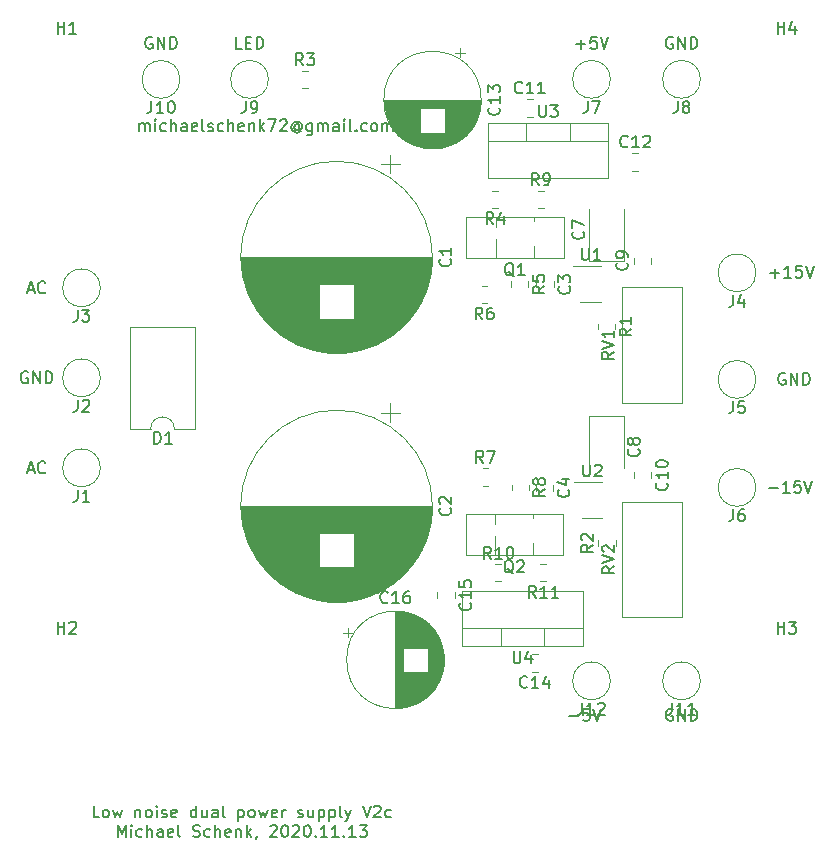
<source format=gbr>
G04 #@! TF.GenerationSoftware,KiCad,Pcbnew,(5.1.8-0-10_14)*
G04 #@! TF.CreationDate,2020-11-13T17:04:17+01:00*
G04 #@! TF.ProjectId,lv-lownoise-psu,6c762d6c-6f77-46e6-9f69-73652d707375,rev?*
G04 #@! TF.SameCoordinates,Original*
G04 #@! TF.FileFunction,Legend,Top*
G04 #@! TF.FilePolarity,Positive*
%FSLAX46Y46*%
G04 Gerber Fmt 4.6, Leading zero omitted, Abs format (unit mm)*
G04 Created by KiCad (PCBNEW (5.1.8-0-10_14)) date 2020-11-13 17:04:17*
%MOMM*%
%LPD*%
G01*
G04 APERTURE LIST*
%ADD10C,0.150000*%
%ADD11C,0.120000*%
G04 APERTURE END LIST*
D10*
X92329095Y-33409000D02*
X92233857Y-33361380D01*
X92091000Y-33361380D01*
X91948142Y-33409000D01*
X91852904Y-33504238D01*
X91805285Y-33599476D01*
X91757666Y-33789952D01*
X91757666Y-33932809D01*
X91805285Y-34123285D01*
X91852904Y-34218523D01*
X91948142Y-34313761D01*
X92091000Y-34361380D01*
X92186238Y-34361380D01*
X92329095Y-34313761D01*
X92376714Y-34266142D01*
X92376714Y-33932809D01*
X92186238Y-33932809D01*
X92805285Y-34361380D02*
X92805285Y-33361380D01*
X93376714Y-34361380D01*
X93376714Y-33361380D01*
X93852904Y-34361380D02*
X93852904Y-33361380D01*
X94091000Y-33361380D01*
X94233857Y-33409000D01*
X94329095Y-33504238D01*
X94376714Y-33599476D01*
X94424333Y-33789952D01*
X94424333Y-33932809D01*
X94376714Y-34123285D01*
X94329095Y-34218523D01*
X94233857Y-34313761D01*
X94091000Y-34361380D01*
X93852904Y-34361380D01*
X99941142Y-34361380D02*
X99464952Y-34361380D01*
X99464952Y-33361380D01*
X100274476Y-33837571D02*
X100607809Y-33837571D01*
X100750666Y-34361380D02*
X100274476Y-34361380D01*
X100274476Y-33361380D01*
X100750666Y-33361380D01*
X101179238Y-34361380D02*
X101179238Y-33361380D01*
X101417333Y-33361380D01*
X101560190Y-33409000D01*
X101655428Y-33504238D01*
X101703047Y-33599476D01*
X101750666Y-33789952D01*
X101750666Y-33932809D01*
X101703047Y-34123285D01*
X101655428Y-34218523D01*
X101560190Y-34313761D01*
X101417333Y-34361380D01*
X101179238Y-34361380D01*
X127619285Y-90876428D02*
X128381190Y-90876428D01*
X129333571Y-90257380D02*
X128857380Y-90257380D01*
X128809761Y-90733571D01*
X128857380Y-90685952D01*
X128952619Y-90638333D01*
X129190714Y-90638333D01*
X129285952Y-90685952D01*
X129333571Y-90733571D01*
X129381190Y-90828809D01*
X129381190Y-91066904D01*
X129333571Y-91162142D01*
X129285952Y-91209761D01*
X129190714Y-91257380D01*
X128952619Y-91257380D01*
X128857380Y-91209761D01*
X128809761Y-91162142D01*
X129666904Y-90257380D02*
X130000238Y-91257380D01*
X130333571Y-90257380D01*
X136398095Y-90305000D02*
X136302857Y-90257380D01*
X136160000Y-90257380D01*
X136017142Y-90305000D01*
X135921904Y-90400238D01*
X135874285Y-90495476D01*
X135826666Y-90685952D01*
X135826666Y-90828809D01*
X135874285Y-91019285D01*
X135921904Y-91114523D01*
X136017142Y-91209761D01*
X136160000Y-91257380D01*
X136255238Y-91257380D01*
X136398095Y-91209761D01*
X136445714Y-91162142D01*
X136445714Y-90828809D01*
X136255238Y-90828809D01*
X136874285Y-91257380D02*
X136874285Y-90257380D01*
X137445714Y-91257380D01*
X137445714Y-90257380D01*
X137921904Y-91257380D02*
X137921904Y-90257380D01*
X138160000Y-90257380D01*
X138302857Y-90305000D01*
X138398095Y-90400238D01*
X138445714Y-90495476D01*
X138493333Y-90685952D01*
X138493333Y-90828809D01*
X138445714Y-91019285D01*
X138398095Y-91114523D01*
X138302857Y-91209761D01*
X138160000Y-91257380D01*
X137921904Y-91257380D01*
X136398095Y-33409000D02*
X136302857Y-33361380D01*
X136160000Y-33361380D01*
X136017142Y-33409000D01*
X135921904Y-33504238D01*
X135874285Y-33599476D01*
X135826666Y-33789952D01*
X135826666Y-33932809D01*
X135874285Y-34123285D01*
X135921904Y-34218523D01*
X136017142Y-34313761D01*
X136160000Y-34361380D01*
X136255238Y-34361380D01*
X136398095Y-34313761D01*
X136445714Y-34266142D01*
X136445714Y-33932809D01*
X136255238Y-33932809D01*
X136874285Y-34361380D02*
X136874285Y-33361380D01*
X137445714Y-34361380D01*
X137445714Y-33361380D01*
X137921904Y-34361380D02*
X137921904Y-33361380D01*
X138160000Y-33361380D01*
X138302857Y-33409000D01*
X138398095Y-33504238D01*
X138445714Y-33599476D01*
X138493333Y-33789952D01*
X138493333Y-33932809D01*
X138445714Y-34123285D01*
X138398095Y-34218523D01*
X138302857Y-34313761D01*
X138160000Y-34361380D01*
X137921904Y-34361380D01*
X128254285Y-33980428D02*
X129016190Y-33980428D01*
X128635238Y-34361380D02*
X128635238Y-33599476D01*
X129968571Y-33361380D02*
X129492380Y-33361380D01*
X129444761Y-33837571D01*
X129492380Y-33789952D01*
X129587619Y-33742333D01*
X129825714Y-33742333D01*
X129920952Y-33789952D01*
X129968571Y-33837571D01*
X130016190Y-33932809D01*
X130016190Y-34170904D01*
X129968571Y-34266142D01*
X129920952Y-34313761D01*
X129825714Y-34361380D01*
X129587619Y-34361380D01*
X129492380Y-34313761D01*
X129444761Y-34266142D01*
X130301904Y-33361380D02*
X130635238Y-34361380D01*
X130968571Y-33361380D01*
X87877571Y-99449380D02*
X87401380Y-99449380D01*
X87401380Y-98449380D01*
X88353761Y-99449380D02*
X88258523Y-99401761D01*
X88210904Y-99354142D01*
X88163285Y-99258904D01*
X88163285Y-98973190D01*
X88210904Y-98877952D01*
X88258523Y-98830333D01*
X88353761Y-98782714D01*
X88496619Y-98782714D01*
X88591857Y-98830333D01*
X88639476Y-98877952D01*
X88687095Y-98973190D01*
X88687095Y-99258904D01*
X88639476Y-99354142D01*
X88591857Y-99401761D01*
X88496619Y-99449380D01*
X88353761Y-99449380D01*
X89020428Y-98782714D02*
X89210904Y-99449380D01*
X89401380Y-98973190D01*
X89591857Y-99449380D01*
X89782333Y-98782714D01*
X90925190Y-98782714D02*
X90925190Y-99449380D01*
X90925190Y-98877952D02*
X90972809Y-98830333D01*
X91068047Y-98782714D01*
X91210904Y-98782714D01*
X91306142Y-98830333D01*
X91353761Y-98925571D01*
X91353761Y-99449380D01*
X91972809Y-99449380D02*
X91877571Y-99401761D01*
X91829952Y-99354142D01*
X91782333Y-99258904D01*
X91782333Y-98973190D01*
X91829952Y-98877952D01*
X91877571Y-98830333D01*
X91972809Y-98782714D01*
X92115666Y-98782714D01*
X92210904Y-98830333D01*
X92258523Y-98877952D01*
X92306142Y-98973190D01*
X92306142Y-99258904D01*
X92258523Y-99354142D01*
X92210904Y-99401761D01*
X92115666Y-99449380D01*
X91972809Y-99449380D01*
X92734714Y-99449380D02*
X92734714Y-98782714D01*
X92734714Y-98449380D02*
X92687095Y-98497000D01*
X92734714Y-98544619D01*
X92782333Y-98497000D01*
X92734714Y-98449380D01*
X92734714Y-98544619D01*
X93163285Y-99401761D02*
X93258523Y-99449380D01*
X93449000Y-99449380D01*
X93544238Y-99401761D01*
X93591857Y-99306523D01*
X93591857Y-99258904D01*
X93544238Y-99163666D01*
X93449000Y-99116047D01*
X93306142Y-99116047D01*
X93210904Y-99068428D01*
X93163285Y-98973190D01*
X93163285Y-98925571D01*
X93210904Y-98830333D01*
X93306142Y-98782714D01*
X93449000Y-98782714D01*
X93544238Y-98830333D01*
X94401380Y-99401761D02*
X94306142Y-99449380D01*
X94115666Y-99449380D01*
X94020428Y-99401761D01*
X93972809Y-99306523D01*
X93972809Y-98925571D01*
X94020428Y-98830333D01*
X94115666Y-98782714D01*
X94306142Y-98782714D01*
X94401380Y-98830333D01*
X94449000Y-98925571D01*
X94449000Y-99020809D01*
X93972809Y-99116047D01*
X96068047Y-99449380D02*
X96068047Y-98449380D01*
X96068047Y-99401761D02*
X95972809Y-99449380D01*
X95782333Y-99449380D01*
X95687095Y-99401761D01*
X95639476Y-99354142D01*
X95591857Y-99258904D01*
X95591857Y-98973190D01*
X95639476Y-98877952D01*
X95687095Y-98830333D01*
X95782333Y-98782714D01*
X95972809Y-98782714D01*
X96068047Y-98830333D01*
X96972809Y-98782714D02*
X96972809Y-99449380D01*
X96544238Y-98782714D02*
X96544238Y-99306523D01*
X96591857Y-99401761D01*
X96687095Y-99449380D01*
X96829952Y-99449380D01*
X96925190Y-99401761D01*
X96972809Y-99354142D01*
X97877571Y-99449380D02*
X97877571Y-98925571D01*
X97829952Y-98830333D01*
X97734714Y-98782714D01*
X97544238Y-98782714D01*
X97449000Y-98830333D01*
X97877571Y-99401761D02*
X97782333Y-99449380D01*
X97544238Y-99449380D01*
X97449000Y-99401761D01*
X97401380Y-99306523D01*
X97401380Y-99211285D01*
X97449000Y-99116047D01*
X97544238Y-99068428D01*
X97782333Y-99068428D01*
X97877571Y-99020809D01*
X98496619Y-99449380D02*
X98401380Y-99401761D01*
X98353761Y-99306523D01*
X98353761Y-98449380D01*
X99639476Y-98782714D02*
X99639476Y-99782714D01*
X99639476Y-98830333D02*
X99734714Y-98782714D01*
X99925190Y-98782714D01*
X100020428Y-98830333D01*
X100068047Y-98877952D01*
X100115666Y-98973190D01*
X100115666Y-99258904D01*
X100068047Y-99354142D01*
X100020428Y-99401761D01*
X99925190Y-99449380D01*
X99734714Y-99449380D01*
X99639476Y-99401761D01*
X100687095Y-99449380D02*
X100591857Y-99401761D01*
X100544238Y-99354142D01*
X100496619Y-99258904D01*
X100496619Y-98973190D01*
X100544238Y-98877952D01*
X100591857Y-98830333D01*
X100687095Y-98782714D01*
X100829952Y-98782714D01*
X100925190Y-98830333D01*
X100972809Y-98877952D01*
X101020428Y-98973190D01*
X101020428Y-99258904D01*
X100972809Y-99354142D01*
X100925190Y-99401761D01*
X100829952Y-99449380D01*
X100687095Y-99449380D01*
X101353761Y-98782714D02*
X101544238Y-99449380D01*
X101734714Y-98973190D01*
X101925190Y-99449380D01*
X102115666Y-98782714D01*
X102877571Y-99401761D02*
X102782333Y-99449380D01*
X102591857Y-99449380D01*
X102496619Y-99401761D01*
X102449000Y-99306523D01*
X102449000Y-98925571D01*
X102496619Y-98830333D01*
X102591857Y-98782714D01*
X102782333Y-98782714D01*
X102877571Y-98830333D01*
X102925190Y-98925571D01*
X102925190Y-99020809D01*
X102449000Y-99116047D01*
X103353761Y-99449380D02*
X103353761Y-98782714D01*
X103353761Y-98973190D02*
X103401380Y-98877952D01*
X103449000Y-98830333D01*
X103544238Y-98782714D01*
X103639476Y-98782714D01*
X104687095Y-99401761D02*
X104782333Y-99449380D01*
X104972809Y-99449380D01*
X105068047Y-99401761D01*
X105115666Y-99306523D01*
X105115666Y-99258904D01*
X105068047Y-99163666D01*
X104972809Y-99116047D01*
X104829952Y-99116047D01*
X104734714Y-99068428D01*
X104687095Y-98973190D01*
X104687095Y-98925571D01*
X104734714Y-98830333D01*
X104829952Y-98782714D01*
X104972809Y-98782714D01*
X105068047Y-98830333D01*
X105972809Y-98782714D02*
X105972809Y-99449380D01*
X105544238Y-98782714D02*
X105544238Y-99306523D01*
X105591857Y-99401761D01*
X105687095Y-99449380D01*
X105829952Y-99449380D01*
X105925190Y-99401761D01*
X105972809Y-99354142D01*
X106449000Y-98782714D02*
X106449000Y-99782714D01*
X106449000Y-98830333D02*
X106544238Y-98782714D01*
X106734714Y-98782714D01*
X106829952Y-98830333D01*
X106877571Y-98877952D01*
X106925190Y-98973190D01*
X106925190Y-99258904D01*
X106877571Y-99354142D01*
X106829952Y-99401761D01*
X106734714Y-99449380D01*
X106544238Y-99449380D01*
X106449000Y-99401761D01*
X107353761Y-98782714D02*
X107353761Y-99782714D01*
X107353761Y-98830333D02*
X107449000Y-98782714D01*
X107639476Y-98782714D01*
X107734714Y-98830333D01*
X107782333Y-98877952D01*
X107829952Y-98973190D01*
X107829952Y-99258904D01*
X107782333Y-99354142D01*
X107734714Y-99401761D01*
X107639476Y-99449380D01*
X107449000Y-99449380D01*
X107353761Y-99401761D01*
X108401380Y-99449380D02*
X108306142Y-99401761D01*
X108258523Y-99306523D01*
X108258523Y-98449380D01*
X108687095Y-98782714D02*
X108925190Y-99449380D01*
X109163285Y-98782714D02*
X108925190Y-99449380D01*
X108829952Y-99687476D01*
X108782333Y-99735095D01*
X108687095Y-99782714D01*
X110163285Y-98449380D02*
X110496619Y-99449380D01*
X110829952Y-98449380D01*
X111115666Y-98544619D02*
X111163285Y-98497000D01*
X111258523Y-98449380D01*
X111496619Y-98449380D01*
X111591857Y-98497000D01*
X111639476Y-98544619D01*
X111687095Y-98639857D01*
X111687095Y-98735095D01*
X111639476Y-98877952D01*
X111068047Y-99449380D01*
X111687095Y-99449380D01*
X112544238Y-99401761D02*
X112449000Y-99449380D01*
X112258523Y-99449380D01*
X112163285Y-99401761D01*
X112115666Y-99354142D01*
X112068047Y-99258904D01*
X112068047Y-98973190D01*
X112115666Y-98877952D01*
X112163285Y-98830333D01*
X112258523Y-98782714D01*
X112449000Y-98782714D01*
X112544238Y-98830333D01*
X89425190Y-101099380D02*
X89425190Y-100099380D01*
X89758523Y-100813666D01*
X90091857Y-100099380D01*
X90091857Y-101099380D01*
X90568047Y-101099380D02*
X90568047Y-100432714D01*
X90568047Y-100099380D02*
X90520428Y-100147000D01*
X90568047Y-100194619D01*
X90615666Y-100147000D01*
X90568047Y-100099380D01*
X90568047Y-100194619D01*
X91472809Y-101051761D02*
X91377571Y-101099380D01*
X91187095Y-101099380D01*
X91091857Y-101051761D01*
X91044238Y-101004142D01*
X90996619Y-100908904D01*
X90996619Y-100623190D01*
X91044238Y-100527952D01*
X91091857Y-100480333D01*
X91187095Y-100432714D01*
X91377571Y-100432714D01*
X91472809Y-100480333D01*
X91901380Y-101099380D02*
X91901380Y-100099380D01*
X92329952Y-101099380D02*
X92329952Y-100575571D01*
X92282333Y-100480333D01*
X92187095Y-100432714D01*
X92044238Y-100432714D01*
X91949000Y-100480333D01*
X91901380Y-100527952D01*
X93234714Y-101099380D02*
X93234714Y-100575571D01*
X93187095Y-100480333D01*
X93091857Y-100432714D01*
X92901380Y-100432714D01*
X92806142Y-100480333D01*
X93234714Y-101051761D02*
X93139476Y-101099380D01*
X92901380Y-101099380D01*
X92806142Y-101051761D01*
X92758523Y-100956523D01*
X92758523Y-100861285D01*
X92806142Y-100766047D01*
X92901380Y-100718428D01*
X93139476Y-100718428D01*
X93234714Y-100670809D01*
X94091857Y-101051761D02*
X93996619Y-101099380D01*
X93806142Y-101099380D01*
X93710904Y-101051761D01*
X93663285Y-100956523D01*
X93663285Y-100575571D01*
X93710904Y-100480333D01*
X93806142Y-100432714D01*
X93996619Y-100432714D01*
X94091857Y-100480333D01*
X94139476Y-100575571D01*
X94139476Y-100670809D01*
X93663285Y-100766047D01*
X94710904Y-101099380D02*
X94615666Y-101051761D01*
X94568047Y-100956523D01*
X94568047Y-100099380D01*
X95806142Y-101051761D02*
X95949000Y-101099380D01*
X96187095Y-101099380D01*
X96282333Y-101051761D01*
X96329952Y-101004142D01*
X96377571Y-100908904D01*
X96377571Y-100813666D01*
X96329952Y-100718428D01*
X96282333Y-100670809D01*
X96187095Y-100623190D01*
X95996619Y-100575571D01*
X95901380Y-100527952D01*
X95853761Y-100480333D01*
X95806142Y-100385095D01*
X95806142Y-100289857D01*
X95853761Y-100194619D01*
X95901380Y-100147000D01*
X95996619Y-100099380D01*
X96234714Y-100099380D01*
X96377571Y-100147000D01*
X97234714Y-101051761D02*
X97139476Y-101099380D01*
X96949000Y-101099380D01*
X96853761Y-101051761D01*
X96806142Y-101004142D01*
X96758523Y-100908904D01*
X96758523Y-100623190D01*
X96806142Y-100527952D01*
X96853761Y-100480333D01*
X96949000Y-100432714D01*
X97139476Y-100432714D01*
X97234714Y-100480333D01*
X97663285Y-101099380D02*
X97663285Y-100099380D01*
X98091857Y-101099380D02*
X98091857Y-100575571D01*
X98044238Y-100480333D01*
X97949000Y-100432714D01*
X97806142Y-100432714D01*
X97710904Y-100480333D01*
X97663285Y-100527952D01*
X98949000Y-101051761D02*
X98853761Y-101099380D01*
X98663285Y-101099380D01*
X98568047Y-101051761D01*
X98520428Y-100956523D01*
X98520428Y-100575571D01*
X98568047Y-100480333D01*
X98663285Y-100432714D01*
X98853761Y-100432714D01*
X98949000Y-100480333D01*
X98996619Y-100575571D01*
X98996619Y-100670809D01*
X98520428Y-100766047D01*
X99425190Y-100432714D02*
X99425190Y-101099380D01*
X99425190Y-100527952D02*
X99472809Y-100480333D01*
X99568047Y-100432714D01*
X99710904Y-100432714D01*
X99806142Y-100480333D01*
X99853761Y-100575571D01*
X99853761Y-101099380D01*
X100329952Y-101099380D02*
X100329952Y-100099380D01*
X100425190Y-100718428D02*
X100710904Y-101099380D01*
X100710904Y-100432714D02*
X100329952Y-100813666D01*
X101187095Y-101051761D02*
X101187095Y-101099380D01*
X101139476Y-101194619D01*
X101091857Y-101242238D01*
X102329952Y-100194619D02*
X102377571Y-100147000D01*
X102472809Y-100099380D01*
X102710904Y-100099380D01*
X102806142Y-100147000D01*
X102853761Y-100194619D01*
X102901380Y-100289857D01*
X102901380Y-100385095D01*
X102853761Y-100527952D01*
X102282333Y-101099380D01*
X102901380Y-101099380D01*
X103520428Y-100099380D02*
X103615666Y-100099380D01*
X103710904Y-100147000D01*
X103758523Y-100194619D01*
X103806142Y-100289857D01*
X103853761Y-100480333D01*
X103853761Y-100718428D01*
X103806142Y-100908904D01*
X103758523Y-101004142D01*
X103710904Y-101051761D01*
X103615666Y-101099380D01*
X103520428Y-101099380D01*
X103425190Y-101051761D01*
X103377571Y-101004142D01*
X103329952Y-100908904D01*
X103282333Y-100718428D01*
X103282333Y-100480333D01*
X103329952Y-100289857D01*
X103377571Y-100194619D01*
X103425190Y-100147000D01*
X103520428Y-100099380D01*
X104234714Y-100194619D02*
X104282333Y-100147000D01*
X104377571Y-100099380D01*
X104615666Y-100099380D01*
X104710904Y-100147000D01*
X104758523Y-100194619D01*
X104806142Y-100289857D01*
X104806142Y-100385095D01*
X104758523Y-100527952D01*
X104187095Y-101099380D01*
X104806142Y-101099380D01*
X105425190Y-100099380D02*
X105520428Y-100099380D01*
X105615666Y-100147000D01*
X105663285Y-100194619D01*
X105710904Y-100289857D01*
X105758523Y-100480333D01*
X105758523Y-100718428D01*
X105710904Y-100908904D01*
X105663285Y-101004142D01*
X105615666Y-101051761D01*
X105520428Y-101099380D01*
X105425190Y-101099380D01*
X105329952Y-101051761D01*
X105282333Y-101004142D01*
X105234714Y-100908904D01*
X105187095Y-100718428D01*
X105187095Y-100480333D01*
X105234714Y-100289857D01*
X105282333Y-100194619D01*
X105329952Y-100147000D01*
X105425190Y-100099380D01*
X106187095Y-101004142D02*
X106234714Y-101051761D01*
X106187095Y-101099380D01*
X106139476Y-101051761D01*
X106187095Y-101004142D01*
X106187095Y-101099380D01*
X107187095Y-101099380D02*
X106615666Y-101099380D01*
X106901380Y-101099380D02*
X106901380Y-100099380D01*
X106806142Y-100242238D01*
X106710904Y-100337476D01*
X106615666Y-100385095D01*
X108139476Y-101099380D02*
X107568047Y-101099380D01*
X107853761Y-101099380D02*
X107853761Y-100099380D01*
X107758523Y-100242238D01*
X107663285Y-100337476D01*
X107568047Y-100385095D01*
X108568047Y-101004142D02*
X108615666Y-101051761D01*
X108568047Y-101099380D01*
X108520428Y-101051761D01*
X108568047Y-101004142D01*
X108568047Y-101099380D01*
X109568047Y-101099380D02*
X108996619Y-101099380D01*
X109282333Y-101099380D02*
X109282333Y-100099380D01*
X109187095Y-100242238D01*
X109091857Y-100337476D01*
X108996619Y-100385095D01*
X109901380Y-100099380D02*
X110520428Y-100099380D01*
X110187095Y-100480333D01*
X110329952Y-100480333D01*
X110425190Y-100527952D01*
X110472809Y-100575571D01*
X110520428Y-100670809D01*
X110520428Y-100908904D01*
X110472809Y-101004142D01*
X110425190Y-101051761D01*
X110329952Y-101099380D01*
X110044238Y-101099380D01*
X109949000Y-101051761D01*
X109901380Y-101004142D01*
X91266714Y-41346380D02*
X91266714Y-40679714D01*
X91266714Y-40774952D02*
X91314333Y-40727333D01*
X91409571Y-40679714D01*
X91552428Y-40679714D01*
X91647666Y-40727333D01*
X91695285Y-40822571D01*
X91695285Y-41346380D01*
X91695285Y-40822571D02*
X91742904Y-40727333D01*
X91838142Y-40679714D01*
X91981000Y-40679714D01*
X92076238Y-40727333D01*
X92123857Y-40822571D01*
X92123857Y-41346380D01*
X92600047Y-41346380D02*
X92600047Y-40679714D01*
X92600047Y-40346380D02*
X92552428Y-40394000D01*
X92600047Y-40441619D01*
X92647666Y-40394000D01*
X92600047Y-40346380D01*
X92600047Y-40441619D01*
X93504809Y-41298761D02*
X93409571Y-41346380D01*
X93219095Y-41346380D01*
X93123857Y-41298761D01*
X93076238Y-41251142D01*
X93028619Y-41155904D01*
X93028619Y-40870190D01*
X93076238Y-40774952D01*
X93123857Y-40727333D01*
X93219095Y-40679714D01*
X93409571Y-40679714D01*
X93504809Y-40727333D01*
X93933380Y-41346380D02*
X93933380Y-40346380D01*
X94361952Y-41346380D02*
X94361952Y-40822571D01*
X94314333Y-40727333D01*
X94219095Y-40679714D01*
X94076238Y-40679714D01*
X93981000Y-40727333D01*
X93933380Y-40774952D01*
X95266714Y-41346380D02*
X95266714Y-40822571D01*
X95219095Y-40727333D01*
X95123857Y-40679714D01*
X94933380Y-40679714D01*
X94838142Y-40727333D01*
X95266714Y-41298761D02*
X95171476Y-41346380D01*
X94933380Y-41346380D01*
X94838142Y-41298761D01*
X94790523Y-41203523D01*
X94790523Y-41108285D01*
X94838142Y-41013047D01*
X94933380Y-40965428D01*
X95171476Y-40965428D01*
X95266714Y-40917809D01*
X96123857Y-41298761D02*
X96028619Y-41346380D01*
X95838142Y-41346380D01*
X95742904Y-41298761D01*
X95695285Y-41203523D01*
X95695285Y-40822571D01*
X95742904Y-40727333D01*
X95838142Y-40679714D01*
X96028619Y-40679714D01*
X96123857Y-40727333D01*
X96171476Y-40822571D01*
X96171476Y-40917809D01*
X95695285Y-41013047D01*
X96742904Y-41346380D02*
X96647666Y-41298761D01*
X96600047Y-41203523D01*
X96600047Y-40346380D01*
X97076238Y-41298761D02*
X97171476Y-41346380D01*
X97361952Y-41346380D01*
X97457190Y-41298761D01*
X97504809Y-41203523D01*
X97504809Y-41155904D01*
X97457190Y-41060666D01*
X97361952Y-41013047D01*
X97219095Y-41013047D01*
X97123857Y-40965428D01*
X97076238Y-40870190D01*
X97076238Y-40822571D01*
X97123857Y-40727333D01*
X97219095Y-40679714D01*
X97361952Y-40679714D01*
X97457190Y-40727333D01*
X98361952Y-41298761D02*
X98266714Y-41346380D01*
X98076238Y-41346380D01*
X97981000Y-41298761D01*
X97933380Y-41251142D01*
X97885761Y-41155904D01*
X97885761Y-40870190D01*
X97933380Y-40774952D01*
X97981000Y-40727333D01*
X98076238Y-40679714D01*
X98266714Y-40679714D01*
X98361952Y-40727333D01*
X98790523Y-41346380D02*
X98790523Y-40346380D01*
X99219095Y-41346380D02*
X99219095Y-40822571D01*
X99171476Y-40727333D01*
X99076238Y-40679714D01*
X98933380Y-40679714D01*
X98838142Y-40727333D01*
X98790523Y-40774952D01*
X100076238Y-41298761D02*
X99981000Y-41346380D01*
X99790523Y-41346380D01*
X99695285Y-41298761D01*
X99647666Y-41203523D01*
X99647666Y-40822571D01*
X99695285Y-40727333D01*
X99790523Y-40679714D01*
X99981000Y-40679714D01*
X100076238Y-40727333D01*
X100123857Y-40822571D01*
X100123857Y-40917809D01*
X99647666Y-41013047D01*
X100552428Y-40679714D02*
X100552428Y-41346380D01*
X100552428Y-40774952D02*
X100600047Y-40727333D01*
X100695285Y-40679714D01*
X100838142Y-40679714D01*
X100933380Y-40727333D01*
X100981000Y-40822571D01*
X100981000Y-41346380D01*
X101457190Y-41346380D02*
X101457190Y-40346380D01*
X101552428Y-40965428D02*
X101838142Y-41346380D01*
X101838142Y-40679714D02*
X101457190Y-41060666D01*
X102171476Y-40346380D02*
X102838142Y-40346380D01*
X102409571Y-41346380D01*
X103171476Y-40441619D02*
X103219095Y-40394000D01*
X103314333Y-40346380D01*
X103552428Y-40346380D01*
X103647666Y-40394000D01*
X103695285Y-40441619D01*
X103742904Y-40536857D01*
X103742904Y-40632095D01*
X103695285Y-40774952D01*
X103123857Y-41346380D01*
X103742904Y-41346380D01*
X104790523Y-40870190D02*
X104742904Y-40822571D01*
X104647666Y-40774952D01*
X104552428Y-40774952D01*
X104457190Y-40822571D01*
X104409571Y-40870190D01*
X104361952Y-40965428D01*
X104361952Y-41060666D01*
X104409571Y-41155904D01*
X104457190Y-41203523D01*
X104552428Y-41251142D01*
X104647666Y-41251142D01*
X104742904Y-41203523D01*
X104790523Y-41155904D01*
X104790523Y-40774952D02*
X104790523Y-41155904D01*
X104838142Y-41203523D01*
X104885761Y-41203523D01*
X104981000Y-41155904D01*
X105028619Y-41060666D01*
X105028619Y-40822571D01*
X104933380Y-40679714D01*
X104790523Y-40584476D01*
X104600047Y-40536857D01*
X104409571Y-40584476D01*
X104266714Y-40679714D01*
X104171476Y-40822571D01*
X104123857Y-41013047D01*
X104171476Y-41203523D01*
X104266714Y-41346380D01*
X104409571Y-41441619D01*
X104600047Y-41489238D01*
X104790523Y-41441619D01*
X104933380Y-41346380D01*
X105885761Y-40679714D02*
X105885761Y-41489238D01*
X105838142Y-41584476D01*
X105790523Y-41632095D01*
X105695285Y-41679714D01*
X105552428Y-41679714D01*
X105457190Y-41632095D01*
X105885761Y-41298761D02*
X105790523Y-41346380D01*
X105600047Y-41346380D01*
X105504809Y-41298761D01*
X105457190Y-41251142D01*
X105409571Y-41155904D01*
X105409571Y-40870190D01*
X105457190Y-40774952D01*
X105504809Y-40727333D01*
X105600047Y-40679714D01*
X105790523Y-40679714D01*
X105885761Y-40727333D01*
X106361952Y-41346380D02*
X106361952Y-40679714D01*
X106361952Y-40774952D02*
X106409571Y-40727333D01*
X106504809Y-40679714D01*
X106647666Y-40679714D01*
X106742904Y-40727333D01*
X106790523Y-40822571D01*
X106790523Y-41346380D01*
X106790523Y-40822571D02*
X106838142Y-40727333D01*
X106933380Y-40679714D01*
X107076238Y-40679714D01*
X107171476Y-40727333D01*
X107219095Y-40822571D01*
X107219095Y-41346380D01*
X108123857Y-41346380D02*
X108123857Y-40822571D01*
X108076238Y-40727333D01*
X107981000Y-40679714D01*
X107790523Y-40679714D01*
X107695285Y-40727333D01*
X108123857Y-41298761D02*
X108028619Y-41346380D01*
X107790523Y-41346380D01*
X107695285Y-41298761D01*
X107647666Y-41203523D01*
X107647666Y-41108285D01*
X107695285Y-41013047D01*
X107790523Y-40965428D01*
X108028619Y-40965428D01*
X108123857Y-40917809D01*
X108600047Y-41346380D02*
X108600047Y-40679714D01*
X108600047Y-40346380D02*
X108552428Y-40394000D01*
X108600047Y-40441619D01*
X108647666Y-40394000D01*
X108600047Y-40346380D01*
X108600047Y-40441619D01*
X109219095Y-41346380D02*
X109123857Y-41298761D01*
X109076238Y-41203523D01*
X109076238Y-40346380D01*
X109600047Y-41251142D02*
X109647666Y-41298761D01*
X109600047Y-41346380D01*
X109552428Y-41298761D01*
X109600047Y-41251142D01*
X109600047Y-41346380D01*
X110504809Y-41298761D02*
X110409571Y-41346380D01*
X110219095Y-41346380D01*
X110123857Y-41298761D01*
X110076238Y-41251142D01*
X110028619Y-41155904D01*
X110028619Y-40870190D01*
X110076238Y-40774952D01*
X110123857Y-40727333D01*
X110219095Y-40679714D01*
X110409571Y-40679714D01*
X110504809Y-40727333D01*
X111076238Y-41346380D02*
X110981000Y-41298761D01*
X110933380Y-41251142D01*
X110885761Y-41155904D01*
X110885761Y-40870190D01*
X110933380Y-40774952D01*
X110981000Y-40727333D01*
X111076238Y-40679714D01*
X111219095Y-40679714D01*
X111314333Y-40727333D01*
X111361952Y-40774952D01*
X111409571Y-40870190D01*
X111409571Y-41155904D01*
X111361952Y-41251142D01*
X111314333Y-41298761D01*
X111219095Y-41346380D01*
X111076238Y-41346380D01*
X111838142Y-41346380D02*
X111838142Y-40679714D01*
X111838142Y-40774952D02*
X111885761Y-40727333D01*
X111981000Y-40679714D01*
X112123857Y-40679714D01*
X112219095Y-40727333D01*
X112266714Y-40822571D01*
X112266714Y-41346380D01*
X112266714Y-40822571D02*
X112314333Y-40727333D01*
X112409571Y-40679714D01*
X112552428Y-40679714D01*
X112647666Y-40727333D01*
X112695285Y-40822571D01*
X112695285Y-41346380D01*
X81788095Y-61730000D02*
X81692857Y-61682380D01*
X81550000Y-61682380D01*
X81407142Y-61730000D01*
X81311904Y-61825238D01*
X81264285Y-61920476D01*
X81216666Y-62110952D01*
X81216666Y-62253809D01*
X81264285Y-62444285D01*
X81311904Y-62539523D01*
X81407142Y-62634761D01*
X81550000Y-62682380D01*
X81645238Y-62682380D01*
X81788095Y-62634761D01*
X81835714Y-62587142D01*
X81835714Y-62253809D01*
X81645238Y-62253809D01*
X82264285Y-62682380D02*
X82264285Y-61682380D01*
X82835714Y-62682380D01*
X82835714Y-61682380D01*
X83311904Y-62682380D02*
X83311904Y-61682380D01*
X83550000Y-61682380D01*
X83692857Y-61730000D01*
X83788095Y-61825238D01*
X83835714Y-61920476D01*
X83883333Y-62110952D01*
X83883333Y-62253809D01*
X83835714Y-62444285D01*
X83788095Y-62539523D01*
X83692857Y-62634761D01*
X83550000Y-62682380D01*
X83311904Y-62682380D01*
X81811904Y-70016666D02*
X82288095Y-70016666D01*
X81716666Y-70302380D02*
X82050000Y-69302380D01*
X82383333Y-70302380D01*
X83288095Y-70207142D02*
X83240476Y-70254761D01*
X83097619Y-70302380D01*
X83002380Y-70302380D01*
X82859523Y-70254761D01*
X82764285Y-70159523D01*
X82716666Y-70064285D01*
X82669047Y-69873809D01*
X82669047Y-69730952D01*
X82716666Y-69540476D01*
X82764285Y-69445238D01*
X82859523Y-69350000D01*
X83002380Y-69302380D01*
X83097619Y-69302380D01*
X83240476Y-69350000D01*
X83288095Y-69397619D01*
X81811904Y-54776666D02*
X82288095Y-54776666D01*
X81716666Y-55062380D02*
X82050000Y-54062380D01*
X82383333Y-55062380D01*
X83288095Y-54967142D02*
X83240476Y-55014761D01*
X83097619Y-55062380D01*
X83002380Y-55062380D01*
X82859523Y-55014761D01*
X82764285Y-54919523D01*
X82716666Y-54824285D01*
X82669047Y-54633809D01*
X82669047Y-54490952D01*
X82716666Y-54300476D01*
X82764285Y-54205238D01*
X82859523Y-54110000D01*
X83002380Y-54062380D01*
X83097619Y-54062380D01*
X83240476Y-54110000D01*
X83288095Y-54157619D01*
X144542095Y-71572428D02*
X145304000Y-71572428D01*
X146304000Y-71953380D02*
X145732571Y-71953380D01*
X146018285Y-71953380D02*
X146018285Y-70953380D01*
X145923047Y-71096238D01*
X145827809Y-71191476D01*
X145732571Y-71239095D01*
X147208761Y-70953380D02*
X146732571Y-70953380D01*
X146684952Y-71429571D01*
X146732571Y-71381952D01*
X146827809Y-71334333D01*
X147065904Y-71334333D01*
X147161142Y-71381952D01*
X147208761Y-71429571D01*
X147256380Y-71524809D01*
X147256380Y-71762904D01*
X147208761Y-71858142D01*
X147161142Y-71905761D01*
X147065904Y-71953380D01*
X146827809Y-71953380D01*
X146732571Y-71905761D01*
X146684952Y-71858142D01*
X147542095Y-70953380D02*
X147875428Y-71953380D01*
X148208761Y-70953380D01*
X145923095Y-61857000D02*
X145827857Y-61809380D01*
X145685000Y-61809380D01*
X145542142Y-61857000D01*
X145446904Y-61952238D01*
X145399285Y-62047476D01*
X145351666Y-62237952D01*
X145351666Y-62380809D01*
X145399285Y-62571285D01*
X145446904Y-62666523D01*
X145542142Y-62761761D01*
X145685000Y-62809380D01*
X145780238Y-62809380D01*
X145923095Y-62761761D01*
X145970714Y-62714142D01*
X145970714Y-62380809D01*
X145780238Y-62380809D01*
X146399285Y-62809380D02*
X146399285Y-61809380D01*
X146970714Y-62809380D01*
X146970714Y-61809380D01*
X147446904Y-62809380D02*
X147446904Y-61809380D01*
X147685000Y-61809380D01*
X147827857Y-61857000D01*
X147923095Y-61952238D01*
X147970714Y-62047476D01*
X148018333Y-62237952D01*
X148018333Y-62380809D01*
X147970714Y-62571285D01*
X147923095Y-62666523D01*
X147827857Y-62761761D01*
X147685000Y-62809380D01*
X147446904Y-62809380D01*
X144669095Y-53360628D02*
X145431000Y-53360628D01*
X145050047Y-53741580D02*
X145050047Y-52979676D01*
X146431000Y-53741580D02*
X145859571Y-53741580D01*
X146145285Y-53741580D02*
X146145285Y-52741580D01*
X146050047Y-52884438D01*
X145954809Y-52979676D01*
X145859571Y-53027295D01*
X147335761Y-52741580D02*
X146859571Y-52741580D01*
X146811952Y-53217771D01*
X146859571Y-53170152D01*
X146954809Y-53122533D01*
X147192904Y-53122533D01*
X147288142Y-53170152D01*
X147335761Y-53217771D01*
X147383380Y-53313009D01*
X147383380Y-53551104D01*
X147335761Y-53646342D01*
X147288142Y-53693961D01*
X147192904Y-53741580D01*
X146954809Y-53741580D01*
X146859571Y-53693961D01*
X146811952Y-53646342D01*
X147669095Y-52741580D02*
X148002428Y-53741580D01*
X148335761Y-52741580D01*
D11*
X124050248Y-40105000D02*
X124572752Y-40105000D01*
X124050248Y-38635000D02*
X124572752Y-38635000D01*
X117051000Y-86106000D02*
G75*
G03*
X117051000Y-86106000I-4120000J0D01*
G01*
X112931000Y-82026000D02*
X112931000Y-90186000D01*
X112971000Y-82026000D02*
X112971000Y-90186000D01*
X113011000Y-82026000D02*
X113011000Y-90186000D01*
X113051000Y-82027000D02*
X113051000Y-90185000D01*
X113091000Y-82029000D02*
X113091000Y-90183000D01*
X113131000Y-82030000D02*
X113131000Y-90182000D01*
X113171000Y-82032000D02*
X113171000Y-90180000D01*
X113211000Y-82035000D02*
X113211000Y-90177000D01*
X113251000Y-82038000D02*
X113251000Y-90174000D01*
X113291000Y-82041000D02*
X113291000Y-90171000D01*
X113331000Y-82045000D02*
X113331000Y-90167000D01*
X113371000Y-82049000D02*
X113371000Y-90163000D01*
X113411000Y-82054000D02*
X113411000Y-90158000D01*
X113451000Y-82058000D02*
X113451000Y-90154000D01*
X113491000Y-82064000D02*
X113491000Y-90148000D01*
X113531000Y-82069000D02*
X113531000Y-90143000D01*
X113571000Y-82076000D02*
X113571000Y-90136000D01*
X113611000Y-82082000D02*
X113611000Y-90130000D01*
X113652000Y-82089000D02*
X113652000Y-85066000D01*
X113652000Y-87146000D02*
X113652000Y-90123000D01*
X113692000Y-82096000D02*
X113692000Y-85066000D01*
X113692000Y-87146000D02*
X113692000Y-90116000D01*
X113732000Y-82104000D02*
X113732000Y-85066000D01*
X113732000Y-87146000D02*
X113732000Y-90108000D01*
X113772000Y-82112000D02*
X113772000Y-85066000D01*
X113772000Y-87146000D02*
X113772000Y-90100000D01*
X113812000Y-82121000D02*
X113812000Y-85066000D01*
X113812000Y-87146000D02*
X113812000Y-90091000D01*
X113852000Y-82130000D02*
X113852000Y-85066000D01*
X113852000Y-87146000D02*
X113852000Y-90082000D01*
X113892000Y-82139000D02*
X113892000Y-85066000D01*
X113892000Y-87146000D02*
X113892000Y-90073000D01*
X113932000Y-82149000D02*
X113932000Y-85066000D01*
X113932000Y-87146000D02*
X113932000Y-90063000D01*
X113972000Y-82159000D02*
X113972000Y-85066000D01*
X113972000Y-87146000D02*
X113972000Y-90053000D01*
X114012000Y-82170000D02*
X114012000Y-85066000D01*
X114012000Y-87146000D02*
X114012000Y-90042000D01*
X114052000Y-82181000D02*
X114052000Y-85066000D01*
X114052000Y-87146000D02*
X114052000Y-90031000D01*
X114092000Y-82192000D02*
X114092000Y-85066000D01*
X114092000Y-87146000D02*
X114092000Y-90020000D01*
X114132000Y-82204000D02*
X114132000Y-85066000D01*
X114132000Y-87146000D02*
X114132000Y-90008000D01*
X114172000Y-82217000D02*
X114172000Y-85066000D01*
X114172000Y-87146000D02*
X114172000Y-89995000D01*
X114212000Y-82229000D02*
X114212000Y-85066000D01*
X114212000Y-87146000D02*
X114212000Y-89983000D01*
X114252000Y-82243000D02*
X114252000Y-85066000D01*
X114252000Y-87146000D02*
X114252000Y-89969000D01*
X114292000Y-82256000D02*
X114292000Y-85066000D01*
X114292000Y-87146000D02*
X114292000Y-89956000D01*
X114332000Y-82271000D02*
X114332000Y-85066000D01*
X114332000Y-87146000D02*
X114332000Y-89941000D01*
X114372000Y-82285000D02*
X114372000Y-85066000D01*
X114372000Y-87146000D02*
X114372000Y-89927000D01*
X114412000Y-82301000D02*
X114412000Y-85066000D01*
X114412000Y-87146000D02*
X114412000Y-89911000D01*
X114452000Y-82316000D02*
X114452000Y-85066000D01*
X114452000Y-87146000D02*
X114452000Y-89896000D01*
X114492000Y-82332000D02*
X114492000Y-85066000D01*
X114492000Y-87146000D02*
X114492000Y-89880000D01*
X114532000Y-82349000D02*
X114532000Y-85066000D01*
X114532000Y-87146000D02*
X114532000Y-89863000D01*
X114572000Y-82366000D02*
X114572000Y-85066000D01*
X114572000Y-87146000D02*
X114572000Y-89846000D01*
X114612000Y-82384000D02*
X114612000Y-85066000D01*
X114612000Y-87146000D02*
X114612000Y-89828000D01*
X114652000Y-82402000D02*
X114652000Y-85066000D01*
X114652000Y-87146000D02*
X114652000Y-89810000D01*
X114692000Y-82420000D02*
X114692000Y-85066000D01*
X114692000Y-87146000D02*
X114692000Y-89792000D01*
X114732000Y-82440000D02*
X114732000Y-85066000D01*
X114732000Y-87146000D02*
X114732000Y-89772000D01*
X114772000Y-82459000D02*
X114772000Y-85066000D01*
X114772000Y-87146000D02*
X114772000Y-89753000D01*
X114812000Y-82479000D02*
X114812000Y-85066000D01*
X114812000Y-87146000D02*
X114812000Y-89733000D01*
X114852000Y-82500000D02*
X114852000Y-85066000D01*
X114852000Y-87146000D02*
X114852000Y-89712000D01*
X114892000Y-82522000D02*
X114892000Y-85066000D01*
X114892000Y-87146000D02*
X114892000Y-89690000D01*
X114932000Y-82544000D02*
X114932000Y-85066000D01*
X114932000Y-87146000D02*
X114932000Y-89668000D01*
X114972000Y-82566000D02*
X114972000Y-85066000D01*
X114972000Y-87146000D02*
X114972000Y-89646000D01*
X115012000Y-82589000D02*
X115012000Y-85066000D01*
X115012000Y-87146000D02*
X115012000Y-89623000D01*
X115052000Y-82613000D02*
X115052000Y-85066000D01*
X115052000Y-87146000D02*
X115052000Y-89599000D01*
X115092000Y-82637000D02*
X115092000Y-85066000D01*
X115092000Y-87146000D02*
X115092000Y-89575000D01*
X115132000Y-82662000D02*
X115132000Y-85066000D01*
X115132000Y-87146000D02*
X115132000Y-89550000D01*
X115172000Y-82688000D02*
X115172000Y-85066000D01*
X115172000Y-87146000D02*
X115172000Y-89524000D01*
X115212000Y-82714000D02*
X115212000Y-85066000D01*
X115212000Y-87146000D02*
X115212000Y-89498000D01*
X115252000Y-82741000D02*
X115252000Y-85066000D01*
X115252000Y-87146000D02*
X115252000Y-89471000D01*
X115292000Y-82768000D02*
X115292000Y-85066000D01*
X115292000Y-87146000D02*
X115292000Y-89444000D01*
X115332000Y-82797000D02*
X115332000Y-85066000D01*
X115332000Y-87146000D02*
X115332000Y-89415000D01*
X115372000Y-82826000D02*
X115372000Y-85066000D01*
X115372000Y-87146000D02*
X115372000Y-89386000D01*
X115412000Y-82856000D02*
X115412000Y-85066000D01*
X115412000Y-87146000D02*
X115412000Y-89356000D01*
X115452000Y-82886000D02*
X115452000Y-85066000D01*
X115452000Y-87146000D02*
X115452000Y-89326000D01*
X115492000Y-82917000D02*
X115492000Y-85066000D01*
X115492000Y-87146000D02*
X115492000Y-89295000D01*
X115532000Y-82950000D02*
X115532000Y-85066000D01*
X115532000Y-87146000D02*
X115532000Y-89262000D01*
X115572000Y-82982000D02*
X115572000Y-85066000D01*
X115572000Y-87146000D02*
X115572000Y-89230000D01*
X115612000Y-83016000D02*
X115612000Y-85066000D01*
X115612000Y-87146000D02*
X115612000Y-89196000D01*
X115652000Y-83051000D02*
X115652000Y-85066000D01*
X115652000Y-87146000D02*
X115652000Y-89161000D01*
X115692000Y-83087000D02*
X115692000Y-85066000D01*
X115692000Y-87146000D02*
X115692000Y-89125000D01*
X115732000Y-83123000D02*
X115732000Y-89089000D01*
X115772000Y-83161000D02*
X115772000Y-89051000D01*
X115812000Y-83199000D02*
X115812000Y-89013000D01*
X115852000Y-83239000D02*
X115852000Y-88973000D01*
X115892000Y-83280000D02*
X115892000Y-88932000D01*
X115932000Y-83322000D02*
X115932000Y-88890000D01*
X115972000Y-83365000D02*
X115972000Y-88847000D01*
X116012000Y-83409000D02*
X116012000Y-88803000D01*
X116052000Y-83455000D02*
X116052000Y-88757000D01*
X116092000Y-83502000D02*
X116092000Y-88710000D01*
X116132000Y-83550000D02*
X116132000Y-88662000D01*
X116172000Y-83601000D02*
X116172000Y-88611000D01*
X116212000Y-83652000D02*
X116212000Y-88560000D01*
X116252000Y-83706000D02*
X116252000Y-88506000D01*
X116292000Y-83761000D02*
X116292000Y-88451000D01*
X116332000Y-83819000D02*
X116332000Y-88393000D01*
X116372000Y-83878000D02*
X116372000Y-88334000D01*
X116412000Y-83940000D02*
X116412000Y-88272000D01*
X116452000Y-84004000D02*
X116452000Y-88208000D01*
X116492000Y-84072000D02*
X116492000Y-88140000D01*
X116532000Y-84142000D02*
X116532000Y-88070000D01*
X116572000Y-84216000D02*
X116572000Y-87996000D01*
X116612000Y-84293000D02*
X116612000Y-87919000D01*
X116652000Y-84375000D02*
X116652000Y-87837000D01*
X116692000Y-84461000D02*
X116692000Y-87751000D01*
X116732000Y-84554000D02*
X116732000Y-87658000D01*
X116772000Y-84653000D02*
X116772000Y-87559000D01*
X116812000Y-84760000D02*
X116812000Y-87452000D01*
X116852000Y-84877000D02*
X116852000Y-87335000D01*
X116892000Y-85008000D02*
X116892000Y-87204000D01*
X116932000Y-85158000D02*
X116932000Y-87054000D01*
X116972000Y-85338000D02*
X116972000Y-86874000D01*
X117012000Y-85573000D02*
X117012000Y-86639000D01*
X108521302Y-83791000D02*
X109321302Y-83791000D01*
X108921302Y-83391000D02*
X108921302Y-84191000D01*
X120198000Y-38707000D02*
G75*
G03*
X120198000Y-38707000I-4120000J0D01*
G01*
X120158000Y-38707000D02*
X111998000Y-38707000D01*
X120158000Y-38747000D02*
X111998000Y-38747000D01*
X120158000Y-38787000D02*
X111998000Y-38787000D01*
X120157000Y-38827000D02*
X111999000Y-38827000D01*
X120155000Y-38867000D02*
X112001000Y-38867000D01*
X120154000Y-38907000D02*
X112002000Y-38907000D01*
X120152000Y-38947000D02*
X112004000Y-38947000D01*
X120149000Y-38987000D02*
X112007000Y-38987000D01*
X120146000Y-39027000D02*
X112010000Y-39027000D01*
X120143000Y-39067000D02*
X112013000Y-39067000D01*
X120139000Y-39107000D02*
X112017000Y-39107000D01*
X120135000Y-39147000D02*
X112021000Y-39147000D01*
X120130000Y-39187000D02*
X112026000Y-39187000D01*
X120126000Y-39227000D02*
X112030000Y-39227000D01*
X120120000Y-39267000D02*
X112036000Y-39267000D01*
X120115000Y-39307000D02*
X112041000Y-39307000D01*
X120108000Y-39347000D02*
X112048000Y-39347000D01*
X120102000Y-39387000D02*
X112054000Y-39387000D01*
X120095000Y-39428000D02*
X117118000Y-39428000D01*
X115038000Y-39428000D02*
X112061000Y-39428000D01*
X120088000Y-39468000D02*
X117118000Y-39468000D01*
X115038000Y-39468000D02*
X112068000Y-39468000D01*
X120080000Y-39508000D02*
X117118000Y-39508000D01*
X115038000Y-39508000D02*
X112076000Y-39508000D01*
X120072000Y-39548000D02*
X117118000Y-39548000D01*
X115038000Y-39548000D02*
X112084000Y-39548000D01*
X120063000Y-39588000D02*
X117118000Y-39588000D01*
X115038000Y-39588000D02*
X112093000Y-39588000D01*
X120054000Y-39628000D02*
X117118000Y-39628000D01*
X115038000Y-39628000D02*
X112102000Y-39628000D01*
X120045000Y-39668000D02*
X117118000Y-39668000D01*
X115038000Y-39668000D02*
X112111000Y-39668000D01*
X120035000Y-39708000D02*
X117118000Y-39708000D01*
X115038000Y-39708000D02*
X112121000Y-39708000D01*
X120025000Y-39748000D02*
X117118000Y-39748000D01*
X115038000Y-39748000D02*
X112131000Y-39748000D01*
X120014000Y-39788000D02*
X117118000Y-39788000D01*
X115038000Y-39788000D02*
X112142000Y-39788000D01*
X120003000Y-39828000D02*
X117118000Y-39828000D01*
X115038000Y-39828000D02*
X112153000Y-39828000D01*
X119992000Y-39868000D02*
X117118000Y-39868000D01*
X115038000Y-39868000D02*
X112164000Y-39868000D01*
X119980000Y-39908000D02*
X117118000Y-39908000D01*
X115038000Y-39908000D02*
X112176000Y-39908000D01*
X119967000Y-39948000D02*
X117118000Y-39948000D01*
X115038000Y-39948000D02*
X112189000Y-39948000D01*
X119955000Y-39988000D02*
X117118000Y-39988000D01*
X115038000Y-39988000D02*
X112201000Y-39988000D01*
X119941000Y-40028000D02*
X117118000Y-40028000D01*
X115038000Y-40028000D02*
X112215000Y-40028000D01*
X119928000Y-40068000D02*
X117118000Y-40068000D01*
X115038000Y-40068000D02*
X112228000Y-40068000D01*
X119913000Y-40108000D02*
X117118000Y-40108000D01*
X115038000Y-40108000D02*
X112243000Y-40108000D01*
X119899000Y-40148000D02*
X117118000Y-40148000D01*
X115038000Y-40148000D02*
X112257000Y-40148000D01*
X119883000Y-40188000D02*
X117118000Y-40188000D01*
X115038000Y-40188000D02*
X112273000Y-40188000D01*
X119868000Y-40228000D02*
X117118000Y-40228000D01*
X115038000Y-40228000D02*
X112288000Y-40228000D01*
X119852000Y-40268000D02*
X117118000Y-40268000D01*
X115038000Y-40268000D02*
X112304000Y-40268000D01*
X119835000Y-40308000D02*
X117118000Y-40308000D01*
X115038000Y-40308000D02*
X112321000Y-40308000D01*
X119818000Y-40348000D02*
X117118000Y-40348000D01*
X115038000Y-40348000D02*
X112338000Y-40348000D01*
X119800000Y-40388000D02*
X117118000Y-40388000D01*
X115038000Y-40388000D02*
X112356000Y-40388000D01*
X119782000Y-40428000D02*
X117118000Y-40428000D01*
X115038000Y-40428000D02*
X112374000Y-40428000D01*
X119764000Y-40468000D02*
X117118000Y-40468000D01*
X115038000Y-40468000D02*
X112392000Y-40468000D01*
X119744000Y-40508000D02*
X117118000Y-40508000D01*
X115038000Y-40508000D02*
X112412000Y-40508000D01*
X119725000Y-40548000D02*
X117118000Y-40548000D01*
X115038000Y-40548000D02*
X112431000Y-40548000D01*
X119705000Y-40588000D02*
X117118000Y-40588000D01*
X115038000Y-40588000D02*
X112451000Y-40588000D01*
X119684000Y-40628000D02*
X117118000Y-40628000D01*
X115038000Y-40628000D02*
X112472000Y-40628000D01*
X119662000Y-40668000D02*
X117118000Y-40668000D01*
X115038000Y-40668000D02*
X112494000Y-40668000D01*
X119640000Y-40708000D02*
X117118000Y-40708000D01*
X115038000Y-40708000D02*
X112516000Y-40708000D01*
X119618000Y-40748000D02*
X117118000Y-40748000D01*
X115038000Y-40748000D02*
X112538000Y-40748000D01*
X119595000Y-40788000D02*
X117118000Y-40788000D01*
X115038000Y-40788000D02*
X112561000Y-40788000D01*
X119571000Y-40828000D02*
X117118000Y-40828000D01*
X115038000Y-40828000D02*
X112585000Y-40828000D01*
X119547000Y-40868000D02*
X117118000Y-40868000D01*
X115038000Y-40868000D02*
X112609000Y-40868000D01*
X119522000Y-40908000D02*
X117118000Y-40908000D01*
X115038000Y-40908000D02*
X112634000Y-40908000D01*
X119496000Y-40948000D02*
X117118000Y-40948000D01*
X115038000Y-40948000D02*
X112660000Y-40948000D01*
X119470000Y-40988000D02*
X117118000Y-40988000D01*
X115038000Y-40988000D02*
X112686000Y-40988000D01*
X119443000Y-41028000D02*
X117118000Y-41028000D01*
X115038000Y-41028000D02*
X112713000Y-41028000D01*
X119416000Y-41068000D02*
X117118000Y-41068000D01*
X115038000Y-41068000D02*
X112740000Y-41068000D01*
X119387000Y-41108000D02*
X117118000Y-41108000D01*
X115038000Y-41108000D02*
X112769000Y-41108000D01*
X119358000Y-41148000D02*
X117118000Y-41148000D01*
X115038000Y-41148000D02*
X112798000Y-41148000D01*
X119328000Y-41188000D02*
X117118000Y-41188000D01*
X115038000Y-41188000D02*
X112828000Y-41188000D01*
X119298000Y-41228000D02*
X117118000Y-41228000D01*
X115038000Y-41228000D02*
X112858000Y-41228000D01*
X119267000Y-41268000D02*
X117118000Y-41268000D01*
X115038000Y-41268000D02*
X112889000Y-41268000D01*
X119234000Y-41308000D02*
X117118000Y-41308000D01*
X115038000Y-41308000D02*
X112922000Y-41308000D01*
X119202000Y-41348000D02*
X117118000Y-41348000D01*
X115038000Y-41348000D02*
X112954000Y-41348000D01*
X119168000Y-41388000D02*
X117118000Y-41388000D01*
X115038000Y-41388000D02*
X112988000Y-41388000D01*
X119133000Y-41428000D02*
X117118000Y-41428000D01*
X115038000Y-41428000D02*
X113023000Y-41428000D01*
X119097000Y-41468000D02*
X117118000Y-41468000D01*
X115038000Y-41468000D02*
X113059000Y-41468000D01*
X119061000Y-41508000D02*
X113095000Y-41508000D01*
X119023000Y-41548000D02*
X113133000Y-41548000D01*
X118985000Y-41588000D02*
X113171000Y-41588000D01*
X118945000Y-41628000D02*
X113211000Y-41628000D01*
X118904000Y-41668000D02*
X113252000Y-41668000D01*
X118862000Y-41708000D02*
X113294000Y-41708000D01*
X118819000Y-41748000D02*
X113337000Y-41748000D01*
X118775000Y-41788000D02*
X113381000Y-41788000D01*
X118729000Y-41828000D02*
X113427000Y-41828000D01*
X118682000Y-41868000D02*
X113474000Y-41868000D01*
X118634000Y-41908000D02*
X113522000Y-41908000D01*
X118583000Y-41948000D02*
X113573000Y-41948000D01*
X118532000Y-41988000D02*
X113624000Y-41988000D01*
X118478000Y-42028000D02*
X113678000Y-42028000D01*
X118423000Y-42068000D02*
X113733000Y-42068000D01*
X118365000Y-42108000D02*
X113791000Y-42108000D01*
X118306000Y-42148000D02*
X113850000Y-42148000D01*
X118244000Y-42188000D02*
X113912000Y-42188000D01*
X118180000Y-42228000D02*
X113976000Y-42228000D01*
X118112000Y-42268000D02*
X114044000Y-42268000D01*
X118042000Y-42308000D02*
X114114000Y-42308000D01*
X117968000Y-42348000D02*
X114188000Y-42348000D01*
X117891000Y-42388000D02*
X114265000Y-42388000D01*
X117809000Y-42428000D02*
X114347000Y-42428000D01*
X117723000Y-42468000D02*
X114433000Y-42468000D01*
X117630000Y-42508000D02*
X114526000Y-42508000D01*
X117531000Y-42548000D02*
X114625000Y-42548000D01*
X117424000Y-42588000D02*
X114732000Y-42588000D01*
X117307000Y-42628000D02*
X114849000Y-42628000D01*
X117176000Y-42668000D02*
X114980000Y-42668000D01*
X117026000Y-42708000D02*
X115130000Y-42708000D01*
X116846000Y-42748000D02*
X115310000Y-42748000D01*
X116611000Y-42788000D02*
X115545000Y-42788000D01*
X118393000Y-34297302D02*
X118393000Y-35097302D01*
X118793000Y-34697302D02*
X117993000Y-34697302D01*
X116070000Y-73085000D02*
G75*
G03*
X116070000Y-73085000I-8120000J0D01*
G01*
X116031000Y-73085000D02*
X99869000Y-73085000D01*
X116030000Y-73125000D02*
X99870000Y-73125000D01*
X116030000Y-73165000D02*
X99870000Y-73165000D01*
X116030000Y-73205000D02*
X99870000Y-73205000D01*
X116029000Y-73245000D02*
X99871000Y-73245000D01*
X116028000Y-73285000D02*
X99872000Y-73285000D01*
X116027000Y-73325000D02*
X99873000Y-73325000D01*
X116026000Y-73365000D02*
X99874000Y-73365000D01*
X116024000Y-73405000D02*
X99876000Y-73405000D01*
X116023000Y-73445000D02*
X99877000Y-73445000D01*
X116021000Y-73485000D02*
X99879000Y-73485000D01*
X116019000Y-73525000D02*
X99881000Y-73525000D01*
X116016000Y-73565000D02*
X99884000Y-73565000D01*
X116014000Y-73605000D02*
X99886000Y-73605000D01*
X116011000Y-73645000D02*
X99889000Y-73645000D01*
X116008000Y-73685000D02*
X99892000Y-73685000D01*
X116005000Y-73725000D02*
X99895000Y-73725000D01*
X116002000Y-73765000D02*
X99898000Y-73765000D01*
X115999000Y-73806000D02*
X99901000Y-73806000D01*
X115995000Y-73846000D02*
X99905000Y-73846000D01*
X115991000Y-73886000D02*
X99909000Y-73886000D01*
X115987000Y-73926000D02*
X99913000Y-73926000D01*
X115983000Y-73966000D02*
X99917000Y-73966000D01*
X115978000Y-74006000D02*
X99922000Y-74006000D01*
X115974000Y-74046000D02*
X99926000Y-74046000D01*
X115969000Y-74086000D02*
X99931000Y-74086000D01*
X115964000Y-74126000D02*
X99936000Y-74126000D01*
X115958000Y-74166000D02*
X99942000Y-74166000D01*
X115953000Y-74206000D02*
X99947000Y-74206000D01*
X115947000Y-74246000D02*
X99953000Y-74246000D01*
X115941000Y-74286000D02*
X99959000Y-74286000D01*
X115935000Y-74326000D02*
X99965000Y-74326000D01*
X115929000Y-74366000D02*
X99971000Y-74366000D01*
X115922000Y-74406000D02*
X99978000Y-74406000D01*
X115916000Y-74446000D02*
X99984000Y-74446000D01*
X115909000Y-74486000D02*
X99991000Y-74486000D01*
X115902000Y-74526000D02*
X99998000Y-74526000D01*
X115894000Y-74566000D02*
X100006000Y-74566000D01*
X115887000Y-74606000D02*
X100013000Y-74606000D01*
X115879000Y-74646000D02*
X100021000Y-74646000D01*
X115871000Y-74686000D02*
X100029000Y-74686000D01*
X115863000Y-74726000D02*
X100037000Y-74726000D01*
X115855000Y-74766000D02*
X100045000Y-74766000D01*
X115846000Y-74806000D02*
X100054000Y-74806000D01*
X115837000Y-74846000D02*
X100063000Y-74846000D01*
X115828000Y-74886000D02*
X100072000Y-74886000D01*
X115819000Y-74926000D02*
X100081000Y-74926000D01*
X115810000Y-74966000D02*
X100090000Y-74966000D01*
X115800000Y-75006000D02*
X100100000Y-75006000D01*
X115790000Y-75046000D02*
X100110000Y-75046000D01*
X115780000Y-75086000D02*
X100120000Y-75086000D01*
X115770000Y-75126000D02*
X100130000Y-75126000D01*
X115760000Y-75166000D02*
X100140000Y-75166000D01*
X115749000Y-75206000D02*
X100151000Y-75206000D01*
X115738000Y-75246000D02*
X100162000Y-75246000D01*
X115727000Y-75286000D02*
X100173000Y-75286000D01*
X115715000Y-75326000D02*
X100185000Y-75326000D01*
X115704000Y-75366000D02*
X100196000Y-75366000D01*
X115692000Y-75406000D02*
X109390000Y-75406000D01*
X106510000Y-75406000D02*
X100208000Y-75406000D01*
X115680000Y-75446000D02*
X109390000Y-75446000D01*
X106510000Y-75446000D02*
X100220000Y-75446000D01*
X115668000Y-75486000D02*
X109390000Y-75486000D01*
X106510000Y-75486000D02*
X100232000Y-75486000D01*
X115655000Y-75526000D02*
X109390000Y-75526000D01*
X106510000Y-75526000D02*
X100245000Y-75526000D01*
X115643000Y-75566000D02*
X109390000Y-75566000D01*
X106510000Y-75566000D02*
X100257000Y-75566000D01*
X115630000Y-75606000D02*
X109390000Y-75606000D01*
X106510000Y-75606000D02*
X100270000Y-75606000D01*
X115616000Y-75646000D02*
X109390000Y-75646000D01*
X106510000Y-75646000D02*
X100284000Y-75646000D01*
X115603000Y-75686000D02*
X109390000Y-75686000D01*
X106510000Y-75686000D02*
X100297000Y-75686000D01*
X115589000Y-75726000D02*
X109390000Y-75726000D01*
X106510000Y-75726000D02*
X100311000Y-75726000D01*
X115575000Y-75766000D02*
X109390000Y-75766000D01*
X106510000Y-75766000D02*
X100325000Y-75766000D01*
X115561000Y-75806000D02*
X109390000Y-75806000D01*
X106510000Y-75806000D02*
X100339000Y-75806000D01*
X115547000Y-75846000D02*
X109390000Y-75846000D01*
X106510000Y-75846000D02*
X100353000Y-75846000D01*
X115532000Y-75886000D02*
X109390000Y-75886000D01*
X106510000Y-75886000D02*
X100368000Y-75886000D01*
X115518000Y-75926000D02*
X109390000Y-75926000D01*
X106510000Y-75926000D02*
X100382000Y-75926000D01*
X115503000Y-75966000D02*
X109390000Y-75966000D01*
X106510000Y-75966000D02*
X100397000Y-75966000D01*
X115487000Y-76006000D02*
X109390000Y-76006000D01*
X106510000Y-76006000D02*
X100413000Y-76006000D01*
X115472000Y-76046000D02*
X109390000Y-76046000D01*
X106510000Y-76046000D02*
X100428000Y-76046000D01*
X115456000Y-76086000D02*
X109390000Y-76086000D01*
X106510000Y-76086000D02*
X100444000Y-76086000D01*
X115440000Y-76126000D02*
X109390000Y-76126000D01*
X106510000Y-76126000D02*
X100460000Y-76126000D01*
X115424000Y-76166000D02*
X109390000Y-76166000D01*
X106510000Y-76166000D02*
X100476000Y-76166000D01*
X115407000Y-76206000D02*
X109390000Y-76206000D01*
X106510000Y-76206000D02*
X100493000Y-76206000D01*
X115390000Y-76246000D02*
X109390000Y-76246000D01*
X106510000Y-76246000D02*
X100510000Y-76246000D01*
X115373000Y-76286000D02*
X109390000Y-76286000D01*
X106510000Y-76286000D02*
X100527000Y-76286000D01*
X115356000Y-76326000D02*
X109390000Y-76326000D01*
X106510000Y-76326000D02*
X100544000Y-76326000D01*
X115339000Y-76366000D02*
X109390000Y-76366000D01*
X106510000Y-76366000D02*
X100561000Y-76366000D01*
X115321000Y-76406000D02*
X109390000Y-76406000D01*
X106510000Y-76406000D02*
X100579000Y-76406000D01*
X115303000Y-76446000D02*
X109390000Y-76446000D01*
X106510000Y-76446000D02*
X100597000Y-76446000D01*
X115284000Y-76486000D02*
X109390000Y-76486000D01*
X106510000Y-76486000D02*
X100616000Y-76486000D01*
X115266000Y-76526000D02*
X109390000Y-76526000D01*
X106510000Y-76526000D02*
X100634000Y-76526000D01*
X115247000Y-76566000D02*
X109390000Y-76566000D01*
X106510000Y-76566000D02*
X100653000Y-76566000D01*
X115228000Y-76606000D02*
X109390000Y-76606000D01*
X106510000Y-76606000D02*
X100672000Y-76606000D01*
X115208000Y-76646000D02*
X109390000Y-76646000D01*
X106510000Y-76646000D02*
X100692000Y-76646000D01*
X115189000Y-76686000D02*
X109390000Y-76686000D01*
X106510000Y-76686000D02*
X100711000Y-76686000D01*
X115169000Y-76726000D02*
X109390000Y-76726000D01*
X106510000Y-76726000D02*
X100731000Y-76726000D01*
X115149000Y-76766000D02*
X109390000Y-76766000D01*
X106510000Y-76766000D02*
X100751000Y-76766000D01*
X115128000Y-76806000D02*
X109390000Y-76806000D01*
X106510000Y-76806000D02*
X100772000Y-76806000D01*
X115107000Y-76846000D02*
X109390000Y-76846000D01*
X106510000Y-76846000D02*
X100793000Y-76846000D01*
X115086000Y-76886000D02*
X109390000Y-76886000D01*
X106510000Y-76886000D02*
X100814000Y-76886000D01*
X115065000Y-76926000D02*
X109390000Y-76926000D01*
X106510000Y-76926000D02*
X100835000Y-76926000D01*
X115044000Y-76966000D02*
X109390000Y-76966000D01*
X106510000Y-76966000D02*
X100856000Y-76966000D01*
X115022000Y-77006000D02*
X109390000Y-77006000D01*
X106510000Y-77006000D02*
X100878000Y-77006000D01*
X114999000Y-77046000D02*
X109390000Y-77046000D01*
X106510000Y-77046000D02*
X100901000Y-77046000D01*
X114977000Y-77086000D02*
X109390000Y-77086000D01*
X106510000Y-77086000D02*
X100923000Y-77086000D01*
X114954000Y-77126000D02*
X109390000Y-77126000D01*
X106510000Y-77126000D02*
X100946000Y-77126000D01*
X114931000Y-77166000D02*
X109390000Y-77166000D01*
X106510000Y-77166000D02*
X100969000Y-77166000D01*
X114908000Y-77206000D02*
X109390000Y-77206000D01*
X106510000Y-77206000D02*
X100992000Y-77206000D01*
X114884000Y-77246000D02*
X109390000Y-77246000D01*
X106510000Y-77246000D02*
X101016000Y-77246000D01*
X114860000Y-77286000D02*
X109390000Y-77286000D01*
X106510000Y-77286000D02*
X101040000Y-77286000D01*
X114836000Y-77326000D02*
X109390000Y-77326000D01*
X106510000Y-77326000D02*
X101064000Y-77326000D01*
X114811000Y-77366000D02*
X109390000Y-77366000D01*
X106510000Y-77366000D02*
X101089000Y-77366000D01*
X114786000Y-77406000D02*
X109390000Y-77406000D01*
X106510000Y-77406000D02*
X101114000Y-77406000D01*
X114761000Y-77446000D02*
X109390000Y-77446000D01*
X106510000Y-77446000D02*
X101139000Y-77446000D01*
X114735000Y-77486000D02*
X109390000Y-77486000D01*
X106510000Y-77486000D02*
X101165000Y-77486000D01*
X114709000Y-77526000D02*
X109390000Y-77526000D01*
X106510000Y-77526000D02*
X101191000Y-77526000D01*
X114683000Y-77566000D02*
X109390000Y-77566000D01*
X106510000Y-77566000D02*
X101217000Y-77566000D01*
X114656000Y-77606000D02*
X109390000Y-77606000D01*
X106510000Y-77606000D02*
X101244000Y-77606000D01*
X114629000Y-77646000D02*
X109390000Y-77646000D01*
X106510000Y-77646000D02*
X101271000Y-77646000D01*
X114602000Y-77686000D02*
X109390000Y-77686000D01*
X106510000Y-77686000D02*
X101298000Y-77686000D01*
X114574000Y-77726000D02*
X109390000Y-77726000D01*
X106510000Y-77726000D02*
X101326000Y-77726000D01*
X114546000Y-77766000D02*
X109390000Y-77766000D01*
X106510000Y-77766000D02*
X101354000Y-77766000D01*
X114518000Y-77806000D02*
X109390000Y-77806000D01*
X106510000Y-77806000D02*
X101382000Y-77806000D01*
X114489000Y-77846000D02*
X109390000Y-77846000D01*
X106510000Y-77846000D02*
X101411000Y-77846000D01*
X114460000Y-77886000D02*
X109390000Y-77886000D01*
X106510000Y-77886000D02*
X101440000Y-77886000D01*
X114430000Y-77926000D02*
X109390000Y-77926000D01*
X106510000Y-77926000D02*
X101470000Y-77926000D01*
X114400000Y-77966000D02*
X109390000Y-77966000D01*
X106510000Y-77966000D02*
X101500000Y-77966000D01*
X114370000Y-78006000D02*
X109390000Y-78006000D01*
X106510000Y-78006000D02*
X101530000Y-78006000D01*
X114340000Y-78046000D02*
X109390000Y-78046000D01*
X106510000Y-78046000D02*
X101560000Y-78046000D01*
X114308000Y-78086000D02*
X109390000Y-78086000D01*
X106510000Y-78086000D02*
X101592000Y-78086000D01*
X114277000Y-78126000D02*
X109390000Y-78126000D01*
X106510000Y-78126000D02*
X101623000Y-78126000D01*
X114245000Y-78166000D02*
X109390000Y-78166000D01*
X106510000Y-78166000D02*
X101655000Y-78166000D01*
X114213000Y-78206000D02*
X109390000Y-78206000D01*
X106510000Y-78206000D02*
X101687000Y-78206000D01*
X114180000Y-78246000D02*
X109390000Y-78246000D01*
X106510000Y-78246000D02*
X101720000Y-78246000D01*
X114147000Y-78286000D02*
X101753000Y-78286000D01*
X114113000Y-78326000D02*
X101787000Y-78326000D01*
X114079000Y-78366000D02*
X101821000Y-78366000D01*
X114045000Y-78406000D02*
X101855000Y-78406000D01*
X114010000Y-78446000D02*
X101890000Y-78446000D01*
X113975000Y-78486000D02*
X101925000Y-78486000D01*
X113939000Y-78526000D02*
X101961000Y-78526000D01*
X113902000Y-78566000D02*
X101998000Y-78566000D01*
X113866000Y-78606000D02*
X102034000Y-78606000D01*
X113828000Y-78646000D02*
X102072000Y-78646000D01*
X113790000Y-78686000D02*
X102110000Y-78686000D01*
X113752000Y-78726000D02*
X102148000Y-78726000D01*
X113713000Y-78766000D02*
X102187000Y-78766000D01*
X113674000Y-78806000D02*
X102226000Y-78806000D01*
X113634000Y-78846000D02*
X102266000Y-78846000D01*
X113593000Y-78886000D02*
X102307000Y-78886000D01*
X113552000Y-78926000D02*
X102348000Y-78926000D01*
X113510000Y-78966000D02*
X102390000Y-78966000D01*
X113468000Y-79006000D02*
X102432000Y-79006000D01*
X113425000Y-79046000D02*
X102475000Y-79046000D01*
X113382000Y-79086000D02*
X102518000Y-79086000D01*
X113338000Y-79126000D02*
X102562000Y-79126000D01*
X113293000Y-79166000D02*
X102607000Y-79166000D01*
X113247000Y-79206000D02*
X102653000Y-79206000D01*
X113201000Y-79246000D02*
X102699000Y-79246000D01*
X113154000Y-79286000D02*
X102746000Y-79286000D01*
X113106000Y-79326000D02*
X102794000Y-79326000D01*
X113058000Y-79366000D02*
X102842000Y-79366000D01*
X113009000Y-79406000D02*
X102891000Y-79406000D01*
X112959000Y-79446000D02*
X102941000Y-79446000D01*
X112908000Y-79486000D02*
X102992000Y-79486000D01*
X112856000Y-79526000D02*
X103044000Y-79526000D01*
X112804000Y-79566000D02*
X103096000Y-79566000D01*
X112750000Y-79606000D02*
X103150000Y-79606000D01*
X112696000Y-79646000D02*
X103204000Y-79646000D01*
X112641000Y-79686000D02*
X103259000Y-79686000D01*
X112584000Y-79726000D02*
X103316000Y-79726000D01*
X112527000Y-79766000D02*
X103373000Y-79766000D01*
X112469000Y-79806000D02*
X103431000Y-79806000D01*
X112409000Y-79846000D02*
X103491000Y-79846000D01*
X112348000Y-79886000D02*
X103552000Y-79886000D01*
X112286000Y-79926000D02*
X103614000Y-79926000D01*
X112223000Y-79966000D02*
X103677000Y-79966000D01*
X112159000Y-80006000D02*
X103741000Y-80006000D01*
X112093000Y-80046000D02*
X103807000Y-80046000D01*
X112026000Y-80086000D02*
X103874000Y-80086000D01*
X111957000Y-80126000D02*
X103943000Y-80126000D01*
X111886000Y-80166000D02*
X104014000Y-80166000D01*
X111814000Y-80206000D02*
X104086000Y-80206000D01*
X111740000Y-80246000D02*
X104160000Y-80246000D01*
X111665000Y-80286000D02*
X104235000Y-80286000D01*
X111587000Y-80326000D02*
X104313000Y-80326000D01*
X111507000Y-80366000D02*
X104393000Y-80366000D01*
X111425000Y-80406000D02*
X104475000Y-80406000D01*
X111340000Y-80446000D02*
X104560000Y-80446000D01*
X111253000Y-80486000D02*
X104647000Y-80486000D01*
X111163000Y-80526000D02*
X104737000Y-80526000D01*
X111070000Y-80566000D02*
X104830000Y-80566000D01*
X110974000Y-80606000D02*
X104926000Y-80606000D01*
X110874000Y-80646000D02*
X105026000Y-80646000D01*
X110770000Y-80686000D02*
X105130000Y-80686000D01*
X110661000Y-80726000D02*
X105239000Y-80726000D01*
X110547000Y-80766000D02*
X105353000Y-80766000D01*
X110428000Y-80806000D02*
X105472000Y-80806000D01*
X110301000Y-80846000D02*
X105599000Y-80846000D01*
X110168000Y-80886000D02*
X105732000Y-80886000D01*
X110024000Y-80926000D02*
X105876000Y-80926000D01*
X109870000Y-80966000D02*
X106030000Y-80966000D01*
X109702000Y-81006000D02*
X106198000Y-81006000D01*
X109514000Y-81046000D02*
X106386000Y-81046000D01*
X109301000Y-81086000D02*
X106599000Y-81086000D01*
X109048000Y-81126000D02*
X106852000Y-81126000D01*
X108715000Y-81166000D02*
X107185000Y-81166000D01*
X112505000Y-64395509D02*
X112505000Y-65995509D01*
X113305000Y-65195509D02*
X111705000Y-65195509D01*
X116070000Y-52010000D02*
G75*
G03*
X116070000Y-52010000I-8120000J0D01*
G01*
X116031000Y-52010000D02*
X99869000Y-52010000D01*
X116030000Y-52050000D02*
X99870000Y-52050000D01*
X116030000Y-52090000D02*
X99870000Y-52090000D01*
X116030000Y-52130000D02*
X99870000Y-52130000D01*
X116029000Y-52170000D02*
X99871000Y-52170000D01*
X116028000Y-52210000D02*
X99872000Y-52210000D01*
X116027000Y-52250000D02*
X99873000Y-52250000D01*
X116026000Y-52290000D02*
X99874000Y-52290000D01*
X116024000Y-52330000D02*
X99876000Y-52330000D01*
X116023000Y-52370000D02*
X99877000Y-52370000D01*
X116021000Y-52410000D02*
X99879000Y-52410000D01*
X116019000Y-52450000D02*
X99881000Y-52450000D01*
X116016000Y-52490000D02*
X99884000Y-52490000D01*
X116014000Y-52530000D02*
X99886000Y-52530000D01*
X116011000Y-52570000D02*
X99889000Y-52570000D01*
X116008000Y-52610000D02*
X99892000Y-52610000D01*
X116005000Y-52650000D02*
X99895000Y-52650000D01*
X116002000Y-52690000D02*
X99898000Y-52690000D01*
X115999000Y-52731000D02*
X99901000Y-52731000D01*
X115995000Y-52771000D02*
X99905000Y-52771000D01*
X115991000Y-52811000D02*
X99909000Y-52811000D01*
X115987000Y-52851000D02*
X99913000Y-52851000D01*
X115983000Y-52891000D02*
X99917000Y-52891000D01*
X115978000Y-52931000D02*
X99922000Y-52931000D01*
X115974000Y-52971000D02*
X99926000Y-52971000D01*
X115969000Y-53011000D02*
X99931000Y-53011000D01*
X115964000Y-53051000D02*
X99936000Y-53051000D01*
X115958000Y-53091000D02*
X99942000Y-53091000D01*
X115953000Y-53131000D02*
X99947000Y-53131000D01*
X115947000Y-53171000D02*
X99953000Y-53171000D01*
X115941000Y-53211000D02*
X99959000Y-53211000D01*
X115935000Y-53251000D02*
X99965000Y-53251000D01*
X115929000Y-53291000D02*
X99971000Y-53291000D01*
X115922000Y-53331000D02*
X99978000Y-53331000D01*
X115916000Y-53371000D02*
X99984000Y-53371000D01*
X115909000Y-53411000D02*
X99991000Y-53411000D01*
X115902000Y-53451000D02*
X99998000Y-53451000D01*
X115894000Y-53491000D02*
X100006000Y-53491000D01*
X115887000Y-53531000D02*
X100013000Y-53531000D01*
X115879000Y-53571000D02*
X100021000Y-53571000D01*
X115871000Y-53611000D02*
X100029000Y-53611000D01*
X115863000Y-53651000D02*
X100037000Y-53651000D01*
X115855000Y-53691000D02*
X100045000Y-53691000D01*
X115846000Y-53731000D02*
X100054000Y-53731000D01*
X115837000Y-53771000D02*
X100063000Y-53771000D01*
X115828000Y-53811000D02*
X100072000Y-53811000D01*
X115819000Y-53851000D02*
X100081000Y-53851000D01*
X115810000Y-53891000D02*
X100090000Y-53891000D01*
X115800000Y-53931000D02*
X100100000Y-53931000D01*
X115790000Y-53971000D02*
X100110000Y-53971000D01*
X115780000Y-54011000D02*
X100120000Y-54011000D01*
X115770000Y-54051000D02*
X100130000Y-54051000D01*
X115760000Y-54091000D02*
X100140000Y-54091000D01*
X115749000Y-54131000D02*
X100151000Y-54131000D01*
X115738000Y-54171000D02*
X100162000Y-54171000D01*
X115727000Y-54211000D02*
X100173000Y-54211000D01*
X115715000Y-54251000D02*
X100185000Y-54251000D01*
X115704000Y-54291000D02*
X100196000Y-54291000D01*
X115692000Y-54331000D02*
X109390000Y-54331000D01*
X106510000Y-54331000D02*
X100208000Y-54331000D01*
X115680000Y-54371000D02*
X109390000Y-54371000D01*
X106510000Y-54371000D02*
X100220000Y-54371000D01*
X115668000Y-54411000D02*
X109390000Y-54411000D01*
X106510000Y-54411000D02*
X100232000Y-54411000D01*
X115655000Y-54451000D02*
X109390000Y-54451000D01*
X106510000Y-54451000D02*
X100245000Y-54451000D01*
X115643000Y-54491000D02*
X109390000Y-54491000D01*
X106510000Y-54491000D02*
X100257000Y-54491000D01*
X115630000Y-54531000D02*
X109390000Y-54531000D01*
X106510000Y-54531000D02*
X100270000Y-54531000D01*
X115616000Y-54571000D02*
X109390000Y-54571000D01*
X106510000Y-54571000D02*
X100284000Y-54571000D01*
X115603000Y-54611000D02*
X109390000Y-54611000D01*
X106510000Y-54611000D02*
X100297000Y-54611000D01*
X115589000Y-54651000D02*
X109390000Y-54651000D01*
X106510000Y-54651000D02*
X100311000Y-54651000D01*
X115575000Y-54691000D02*
X109390000Y-54691000D01*
X106510000Y-54691000D02*
X100325000Y-54691000D01*
X115561000Y-54731000D02*
X109390000Y-54731000D01*
X106510000Y-54731000D02*
X100339000Y-54731000D01*
X115547000Y-54771000D02*
X109390000Y-54771000D01*
X106510000Y-54771000D02*
X100353000Y-54771000D01*
X115532000Y-54811000D02*
X109390000Y-54811000D01*
X106510000Y-54811000D02*
X100368000Y-54811000D01*
X115518000Y-54851000D02*
X109390000Y-54851000D01*
X106510000Y-54851000D02*
X100382000Y-54851000D01*
X115503000Y-54891000D02*
X109390000Y-54891000D01*
X106510000Y-54891000D02*
X100397000Y-54891000D01*
X115487000Y-54931000D02*
X109390000Y-54931000D01*
X106510000Y-54931000D02*
X100413000Y-54931000D01*
X115472000Y-54971000D02*
X109390000Y-54971000D01*
X106510000Y-54971000D02*
X100428000Y-54971000D01*
X115456000Y-55011000D02*
X109390000Y-55011000D01*
X106510000Y-55011000D02*
X100444000Y-55011000D01*
X115440000Y-55051000D02*
X109390000Y-55051000D01*
X106510000Y-55051000D02*
X100460000Y-55051000D01*
X115424000Y-55091000D02*
X109390000Y-55091000D01*
X106510000Y-55091000D02*
X100476000Y-55091000D01*
X115407000Y-55131000D02*
X109390000Y-55131000D01*
X106510000Y-55131000D02*
X100493000Y-55131000D01*
X115390000Y-55171000D02*
X109390000Y-55171000D01*
X106510000Y-55171000D02*
X100510000Y-55171000D01*
X115373000Y-55211000D02*
X109390000Y-55211000D01*
X106510000Y-55211000D02*
X100527000Y-55211000D01*
X115356000Y-55251000D02*
X109390000Y-55251000D01*
X106510000Y-55251000D02*
X100544000Y-55251000D01*
X115339000Y-55291000D02*
X109390000Y-55291000D01*
X106510000Y-55291000D02*
X100561000Y-55291000D01*
X115321000Y-55331000D02*
X109390000Y-55331000D01*
X106510000Y-55331000D02*
X100579000Y-55331000D01*
X115303000Y-55371000D02*
X109390000Y-55371000D01*
X106510000Y-55371000D02*
X100597000Y-55371000D01*
X115284000Y-55411000D02*
X109390000Y-55411000D01*
X106510000Y-55411000D02*
X100616000Y-55411000D01*
X115266000Y-55451000D02*
X109390000Y-55451000D01*
X106510000Y-55451000D02*
X100634000Y-55451000D01*
X115247000Y-55491000D02*
X109390000Y-55491000D01*
X106510000Y-55491000D02*
X100653000Y-55491000D01*
X115228000Y-55531000D02*
X109390000Y-55531000D01*
X106510000Y-55531000D02*
X100672000Y-55531000D01*
X115208000Y-55571000D02*
X109390000Y-55571000D01*
X106510000Y-55571000D02*
X100692000Y-55571000D01*
X115189000Y-55611000D02*
X109390000Y-55611000D01*
X106510000Y-55611000D02*
X100711000Y-55611000D01*
X115169000Y-55651000D02*
X109390000Y-55651000D01*
X106510000Y-55651000D02*
X100731000Y-55651000D01*
X115149000Y-55691000D02*
X109390000Y-55691000D01*
X106510000Y-55691000D02*
X100751000Y-55691000D01*
X115128000Y-55731000D02*
X109390000Y-55731000D01*
X106510000Y-55731000D02*
X100772000Y-55731000D01*
X115107000Y-55771000D02*
X109390000Y-55771000D01*
X106510000Y-55771000D02*
X100793000Y-55771000D01*
X115086000Y-55811000D02*
X109390000Y-55811000D01*
X106510000Y-55811000D02*
X100814000Y-55811000D01*
X115065000Y-55851000D02*
X109390000Y-55851000D01*
X106510000Y-55851000D02*
X100835000Y-55851000D01*
X115044000Y-55891000D02*
X109390000Y-55891000D01*
X106510000Y-55891000D02*
X100856000Y-55891000D01*
X115022000Y-55931000D02*
X109390000Y-55931000D01*
X106510000Y-55931000D02*
X100878000Y-55931000D01*
X114999000Y-55971000D02*
X109390000Y-55971000D01*
X106510000Y-55971000D02*
X100901000Y-55971000D01*
X114977000Y-56011000D02*
X109390000Y-56011000D01*
X106510000Y-56011000D02*
X100923000Y-56011000D01*
X114954000Y-56051000D02*
X109390000Y-56051000D01*
X106510000Y-56051000D02*
X100946000Y-56051000D01*
X114931000Y-56091000D02*
X109390000Y-56091000D01*
X106510000Y-56091000D02*
X100969000Y-56091000D01*
X114908000Y-56131000D02*
X109390000Y-56131000D01*
X106510000Y-56131000D02*
X100992000Y-56131000D01*
X114884000Y-56171000D02*
X109390000Y-56171000D01*
X106510000Y-56171000D02*
X101016000Y-56171000D01*
X114860000Y-56211000D02*
X109390000Y-56211000D01*
X106510000Y-56211000D02*
X101040000Y-56211000D01*
X114836000Y-56251000D02*
X109390000Y-56251000D01*
X106510000Y-56251000D02*
X101064000Y-56251000D01*
X114811000Y-56291000D02*
X109390000Y-56291000D01*
X106510000Y-56291000D02*
X101089000Y-56291000D01*
X114786000Y-56331000D02*
X109390000Y-56331000D01*
X106510000Y-56331000D02*
X101114000Y-56331000D01*
X114761000Y-56371000D02*
X109390000Y-56371000D01*
X106510000Y-56371000D02*
X101139000Y-56371000D01*
X114735000Y-56411000D02*
X109390000Y-56411000D01*
X106510000Y-56411000D02*
X101165000Y-56411000D01*
X114709000Y-56451000D02*
X109390000Y-56451000D01*
X106510000Y-56451000D02*
X101191000Y-56451000D01*
X114683000Y-56491000D02*
X109390000Y-56491000D01*
X106510000Y-56491000D02*
X101217000Y-56491000D01*
X114656000Y-56531000D02*
X109390000Y-56531000D01*
X106510000Y-56531000D02*
X101244000Y-56531000D01*
X114629000Y-56571000D02*
X109390000Y-56571000D01*
X106510000Y-56571000D02*
X101271000Y-56571000D01*
X114602000Y-56611000D02*
X109390000Y-56611000D01*
X106510000Y-56611000D02*
X101298000Y-56611000D01*
X114574000Y-56651000D02*
X109390000Y-56651000D01*
X106510000Y-56651000D02*
X101326000Y-56651000D01*
X114546000Y-56691000D02*
X109390000Y-56691000D01*
X106510000Y-56691000D02*
X101354000Y-56691000D01*
X114518000Y-56731000D02*
X109390000Y-56731000D01*
X106510000Y-56731000D02*
X101382000Y-56731000D01*
X114489000Y-56771000D02*
X109390000Y-56771000D01*
X106510000Y-56771000D02*
X101411000Y-56771000D01*
X114460000Y-56811000D02*
X109390000Y-56811000D01*
X106510000Y-56811000D02*
X101440000Y-56811000D01*
X114430000Y-56851000D02*
X109390000Y-56851000D01*
X106510000Y-56851000D02*
X101470000Y-56851000D01*
X114400000Y-56891000D02*
X109390000Y-56891000D01*
X106510000Y-56891000D02*
X101500000Y-56891000D01*
X114370000Y-56931000D02*
X109390000Y-56931000D01*
X106510000Y-56931000D02*
X101530000Y-56931000D01*
X114340000Y-56971000D02*
X109390000Y-56971000D01*
X106510000Y-56971000D02*
X101560000Y-56971000D01*
X114308000Y-57011000D02*
X109390000Y-57011000D01*
X106510000Y-57011000D02*
X101592000Y-57011000D01*
X114277000Y-57051000D02*
X109390000Y-57051000D01*
X106510000Y-57051000D02*
X101623000Y-57051000D01*
X114245000Y-57091000D02*
X109390000Y-57091000D01*
X106510000Y-57091000D02*
X101655000Y-57091000D01*
X114213000Y-57131000D02*
X109390000Y-57131000D01*
X106510000Y-57131000D02*
X101687000Y-57131000D01*
X114180000Y-57171000D02*
X109390000Y-57171000D01*
X106510000Y-57171000D02*
X101720000Y-57171000D01*
X114147000Y-57211000D02*
X101753000Y-57211000D01*
X114113000Y-57251000D02*
X101787000Y-57251000D01*
X114079000Y-57291000D02*
X101821000Y-57291000D01*
X114045000Y-57331000D02*
X101855000Y-57331000D01*
X114010000Y-57371000D02*
X101890000Y-57371000D01*
X113975000Y-57411000D02*
X101925000Y-57411000D01*
X113939000Y-57451000D02*
X101961000Y-57451000D01*
X113902000Y-57491000D02*
X101998000Y-57491000D01*
X113866000Y-57531000D02*
X102034000Y-57531000D01*
X113828000Y-57571000D02*
X102072000Y-57571000D01*
X113790000Y-57611000D02*
X102110000Y-57611000D01*
X113752000Y-57651000D02*
X102148000Y-57651000D01*
X113713000Y-57691000D02*
X102187000Y-57691000D01*
X113674000Y-57731000D02*
X102226000Y-57731000D01*
X113634000Y-57771000D02*
X102266000Y-57771000D01*
X113593000Y-57811000D02*
X102307000Y-57811000D01*
X113552000Y-57851000D02*
X102348000Y-57851000D01*
X113510000Y-57891000D02*
X102390000Y-57891000D01*
X113468000Y-57931000D02*
X102432000Y-57931000D01*
X113425000Y-57971000D02*
X102475000Y-57971000D01*
X113382000Y-58011000D02*
X102518000Y-58011000D01*
X113338000Y-58051000D02*
X102562000Y-58051000D01*
X113293000Y-58091000D02*
X102607000Y-58091000D01*
X113247000Y-58131000D02*
X102653000Y-58131000D01*
X113201000Y-58171000D02*
X102699000Y-58171000D01*
X113154000Y-58211000D02*
X102746000Y-58211000D01*
X113106000Y-58251000D02*
X102794000Y-58251000D01*
X113058000Y-58291000D02*
X102842000Y-58291000D01*
X113009000Y-58331000D02*
X102891000Y-58331000D01*
X112959000Y-58371000D02*
X102941000Y-58371000D01*
X112908000Y-58411000D02*
X102992000Y-58411000D01*
X112856000Y-58451000D02*
X103044000Y-58451000D01*
X112804000Y-58491000D02*
X103096000Y-58491000D01*
X112750000Y-58531000D02*
X103150000Y-58531000D01*
X112696000Y-58571000D02*
X103204000Y-58571000D01*
X112641000Y-58611000D02*
X103259000Y-58611000D01*
X112584000Y-58651000D02*
X103316000Y-58651000D01*
X112527000Y-58691000D02*
X103373000Y-58691000D01*
X112469000Y-58731000D02*
X103431000Y-58731000D01*
X112409000Y-58771000D02*
X103491000Y-58771000D01*
X112348000Y-58811000D02*
X103552000Y-58811000D01*
X112286000Y-58851000D02*
X103614000Y-58851000D01*
X112223000Y-58891000D02*
X103677000Y-58891000D01*
X112159000Y-58931000D02*
X103741000Y-58931000D01*
X112093000Y-58971000D02*
X103807000Y-58971000D01*
X112026000Y-59011000D02*
X103874000Y-59011000D01*
X111957000Y-59051000D02*
X103943000Y-59051000D01*
X111886000Y-59091000D02*
X104014000Y-59091000D01*
X111814000Y-59131000D02*
X104086000Y-59131000D01*
X111740000Y-59171000D02*
X104160000Y-59171000D01*
X111665000Y-59211000D02*
X104235000Y-59211000D01*
X111587000Y-59251000D02*
X104313000Y-59251000D01*
X111507000Y-59291000D02*
X104393000Y-59291000D01*
X111425000Y-59331000D02*
X104475000Y-59331000D01*
X111340000Y-59371000D02*
X104560000Y-59371000D01*
X111253000Y-59411000D02*
X104647000Y-59411000D01*
X111163000Y-59451000D02*
X104737000Y-59451000D01*
X111070000Y-59491000D02*
X104830000Y-59491000D01*
X110974000Y-59531000D02*
X104926000Y-59531000D01*
X110874000Y-59571000D02*
X105026000Y-59571000D01*
X110770000Y-59611000D02*
X105130000Y-59611000D01*
X110661000Y-59651000D02*
X105239000Y-59651000D01*
X110547000Y-59691000D02*
X105353000Y-59691000D01*
X110428000Y-59731000D02*
X105472000Y-59731000D01*
X110301000Y-59771000D02*
X105599000Y-59771000D01*
X110168000Y-59811000D02*
X105732000Y-59811000D01*
X110024000Y-59851000D02*
X105876000Y-59851000D01*
X109870000Y-59891000D02*
X106030000Y-59891000D01*
X109702000Y-59931000D02*
X106198000Y-59931000D01*
X109514000Y-59971000D02*
X106386000Y-59971000D01*
X109301000Y-60011000D02*
X106599000Y-60011000D01*
X109048000Y-60051000D02*
X106852000Y-60051000D01*
X108715000Y-60091000D02*
X107185000Y-60091000D01*
X112505000Y-43320509D02*
X112505000Y-44920509D01*
X113305000Y-44120509D02*
X111705000Y-44120509D01*
X121847000Y-84931000D02*
X121847000Y-83421000D01*
X125548000Y-84931000D02*
X125548000Y-83421000D01*
X128818000Y-83421000D02*
X118578000Y-83421000D01*
X118578000Y-84931000D02*
X118578000Y-80290000D01*
X128818000Y-84931000D02*
X128818000Y-80290000D01*
X128818000Y-80290000D02*
X118578000Y-80290000D01*
X128818000Y-84931000D02*
X118578000Y-84931000D01*
X127708000Y-40672000D02*
X127708000Y-42182000D01*
X124007000Y-40672000D02*
X124007000Y-42182000D01*
X120737000Y-42182000D02*
X130977000Y-42182000D01*
X130977000Y-40672000D02*
X130977000Y-45313000D01*
X120737000Y-40672000D02*
X120737000Y-45313000D01*
X120737000Y-45313000D02*
X130977000Y-45313000D01*
X120737000Y-40672000D02*
X130977000Y-40672000D01*
X90448000Y-66543000D02*
X92218000Y-66543000D01*
X90448000Y-57943000D02*
X90448000Y-66543000D01*
X95988000Y-57943000D02*
X90448000Y-57943000D01*
X95988000Y-66543000D02*
X95988000Y-57943000D01*
X94218000Y-66543000D02*
X95988000Y-66543000D01*
X92218000Y-66543000D02*
G75*
G02*
X94218000Y-66543000I1000000J0D01*
G01*
X125728252Y-78030000D02*
X125205748Y-78030000D01*
X125728252Y-79450000D02*
X125205748Y-79450000D01*
X121395748Y-79450000D02*
X121918252Y-79450000D01*
X121395748Y-78030000D02*
X121918252Y-78030000D01*
X124969748Y-46407000D02*
X125492252Y-46407000D01*
X124969748Y-47827000D02*
X125492252Y-47827000D01*
X121664252Y-47827000D02*
X121141748Y-47827000D01*
X121664252Y-46407000D02*
X121141748Y-46407000D01*
X105055936Y-36222000D02*
X105510064Y-36222000D01*
X105055936Y-37692000D02*
X105510064Y-37692000D01*
X131140781Y-87884000D02*
G75*
G03*
X131140781Y-87884000I-1600781J0D01*
G01*
X138760781Y-87884000D02*
G75*
G03*
X138760781Y-87884000I-1600781J0D01*
G01*
X94691781Y-36957000D02*
G75*
G03*
X94691781Y-36957000I-1600781J0D01*
G01*
X102184781Y-36957000D02*
G75*
G03*
X102184781Y-36957000I-1600781J0D01*
G01*
X117956000Y-80383748D02*
X117956000Y-80906252D01*
X116486000Y-80383748D02*
X116486000Y-80906252D01*
X124996752Y-87095000D02*
X124474248Y-87095000D01*
X124996752Y-85625000D02*
X124474248Y-85625000D01*
X138760781Y-36957000D02*
G75*
G03*
X138760781Y-36957000I-1600781J0D01*
G01*
X131140781Y-36957000D02*
G75*
G03*
X131140781Y-36957000I-1600781J0D01*
G01*
X132983248Y-44677000D02*
X133505752Y-44677000D01*
X132983248Y-43207000D02*
X133505752Y-43207000D01*
X124242500Y-71273936D02*
X124242500Y-71728064D01*
X122772500Y-71273936D02*
X122772500Y-71728064D01*
X120311936Y-69877000D02*
X120766064Y-69877000D01*
X120311936Y-71347000D02*
X120766064Y-71347000D01*
X120686564Y-55916500D02*
X120232436Y-55916500D01*
X120686564Y-54446500D02*
X120232436Y-54446500D01*
X124179000Y-54065436D02*
X124179000Y-54519564D01*
X122709000Y-54065436D02*
X122709000Y-54519564D01*
X127119500Y-77240500D02*
X118879500Y-77240500D01*
X127119500Y-73750500D02*
X118879500Y-73750500D01*
X127119500Y-77240500D02*
X127119500Y-73750500D01*
X118879500Y-77240500D02*
X118879500Y-73750500D01*
X124599500Y-77240500D02*
X124599500Y-76170500D01*
X124599500Y-74070500D02*
X124599500Y-73750500D01*
X121398500Y-77240500D02*
X121398500Y-75660500D01*
X121398500Y-74580500D02*
X121398500Y-73750500D01*
X127183000Y-52094500D02*
X118943000Y-52094500D01*
X127183000Y-48604500D02*
X118943000Y-48604500D01*
X127183000Y-52094500D02*
X127183000Y-48604500D01*
X118943000Y-52094500D02*
X118943000Y-48604500D01*
X124663000Y-52094500D02*
X124663000Y-51024500D01*
X124663000Y-48924500D02*
X124663000Y-48604500D01*
X121462000Y-52094500D02*
X121462000Y-50514500D01*
X121462000Y-49434500D02*
X121462000Y-48604500D01*
X128700000Y-74138000D02*
X130460000Y-74138000D01*
X130460000Y-71068000D02*
X128030000Y-71068000D01*
X128601001Y-55812001D02*
X130361001Y-55812001D01*
X130361001Y-52742001D02*
X127931001Y-52742001D01*
X132140800Y-82482000D02*
X132140800Y-72712000D01*
X137210800Y-82482000D02*
X137210800Y-72712000D01*
X132140800Y-82482000D02*
X137210800Y-82482000D01*
X132140800Y-72712000D02*
X137210800Y-72712000D01*
X132090000Y-64321000D02*
X132090000Y-54551000D01*
X137160000Y-64321000D02*
X137160000Y-54551000D01*
X132090000Y-64321000D02*
X137160000Y-64321000D01*
X132090000Y-54551000D02*
X137160000Y-54551000D01*
X130125800Y-76436464D02*
X130125800Y-75982336D01*
X131595800Y-76436464D02*
X131595800Y-75982336D01*
X131545000Y-57668936D02*
X131545000Y-58123064D01*
X130075000Y-57668936D02*
X130075000Y-58123064D01*
X143459781Y-71501000D02*
G75*
G03*
X143459781Y-71501000I-1600781J0D01*
G01*
X143459781Y-62357000D02*
G75*
G03*
X143459781Y-62357000I-1600781J0D01*
G01*
X143459781Y-53340000D02*
G75*
G03*
X143459781Y-53340000I-1600781J0D01*
G01*
X87960781Y-54610000D02*
G75*
G03*
X87960781Y-54610000I-1600781J0D01*
G01*
X87960781Y-62230000D02*
G75*
G03*
X87960781Y-62230000I-1600781J0D01*
G01*
X87960781Y-69850000D02*
G75*
G03*
X87960781Y-69850000I-1600781J0D01*
G01*
X134593000Y-70223748D02*
X134593000Y-70746252D01*
X133123000Y-70223748D02*
X133123000Y-70746252D01*
X133123000Y-52563752D02*
X133123000Y-52041248D01*
X134593000Y-52563752D02*
X134593000Y-52041248D01*
X132320000Y-69848000D02*
X132320000Y-65463000D01*
X132320000Y-65463000D02*
X129300000Y-65463000D01*
X129300000Y-65463000D02*
X129300000Y-69848000D01*
X129300000Y-47933000D02*
X129300000Y-52318000D01*
X129300000Y-52318000D02*
X132320000Y-52318000D01*
X132320000Y-52318000D02*
X132320000Y-47933000D01*
X126274500Y-71261248D02*
X126274500Y-71783752D01*
X124804500Y-71261248D02*
X124804500Y-71783752D01*
X126338000Y-54052748D02*
X126338000Y-54575252D01*
X124868000Y-54052748D02*
X124868000Y-54575252D01*
D10*
X123668642Y-38047142D02*
X123621023Y-38094761D01*
X123478166Y-38142380D01*
X123382928Y-38142380D01*
X123240071Y-38094761D01*
X123144833Y-37999523D01*
X123097214Y-37904285D01*
X123049595Y-37713809D01*
X123049595Y-37570952D01*
X123097214Y-37380476D01*
X123144833Y-37285238D01*
X123240071Y-37190000D01*
X123382928Y-37142380D01*
X123478166Y-37142380D01*
X123621023Y-37190000D01*
X123668642Y-37237619D01*
X124621023Y-38142380D02*
X124049595Y-38142380D01*
X124335309Y-38142380D02*
X124335309Y-37142380D01*
X124240071Y-37285238D01*
X124144833Y-37380476D01*
X124049595Y-37428095D01*
X125573404Y-38142380D02*
X125001976Y-38142380D01*
X125287690Y-38142380D02*
X125287690Y-37142380D01*
X125192452Y-37285238D01*
X125097214Y-37380476D01*
X125001976Y-37428095D01*
X112288142Y-81213142D02*
X112240523Y-81260761D01*
X112097666Y-81308380D01*
X112002428Y-81308380D01*
X111859571Y-81260761D01*
X111764333Y-81165523D01*
X111716714Y-81070285D01*
X111669095Y-80879809D01*
X111669095Y-80736952D01*
X111716714Y-80546476D01*
X111764333Y-80451238D01*
X111859571Y-80356000D01*
X112002428Y-80308380D01*
X112097666Y-80308380D01*
X112240523Y-80356000D01*
X112288142Y-80403619D01*
X113240523Y-81308380D02*
X112669095Y-81308380D01*
X112954809Y-81308380D02*
X112954809Y-80308380D01*
X112859571Y-80451238D01*
X112764333Y-80546476D01*
X112669095Y-80594095D01*
X114097666Y-80308380D02*
X113907190Y-80308380D01*
X113811952Y-80356000D01*
X113764333Y-80403619D01*
X113669095Y-80546476D01*
X113621476Y-80736952D01*
X113621476Y-81117904D01*
X113669095Y-81213142D01*
X113716714Y-81260761D01*
X113811952Y-81308380D01*
X114002428Y-81308380D01*
X114097666Y-81260761D01*
X114145285Y-81213142D01*
X114192904Y-81117904D01*
X114192904Y-80879809D01*
X114145285Y-80784571D01*
X114097666Y-80736952D01*
X114002428Y-80689333D01*
X113811952Y-80689333D01*
X113716714Y-80736952D01*
X113669095Y-80784571D01*
X113621476Y-80879809D01*
X121685142Y-39349857D02*
X121732761Y-39397476D01*
X121780380Y-39540333D01*
X121780380Y-39635571D01*
X121732761Y-39778428D01*
X121637523Y-39873666D01*
X121542285Y-39921285D01*
X121351809Y-39968904D01*
X121208952Y-39968904D01*
X121018476Y-39921285D01*
X120923238Y-39873666D01*
X120828000Y-39778428D01*
X120780380Y-39635571D01*
X120780380Y-39540333D01*
X120828000Y-39397476D01*
X120875619Y-39349857D01*
X121780380Y-38397476D02*
X121780380Y-38968904D01*
X121780380Y-38683190D02*
X120780380Y-38683190D01*
X120923238Y-38778428D01*
X121018476Y-38873666D01*
X121066095Y-38968904D01*
X120780380Y-38064142D02*
X120780380Y-37445095D01*
X121161333Y-37778428D01*
X121161333Y-37635571D01*
X121208952Y-37540333D01*
X121256571Y-37492714D01*
X121351809Y-37445095D01*
X121589904Y-37445095D01*
X121685142Y-37492714D01*
X121732761Y-37540333D01*
X121780380Y-37635571D01*
X121780380Y-37921285D01*
X121732761Y-38016523D01*
X121685142Y-38064142D01*
X117557142Y-73251666D02*
X117604761Y-73299285D01*
X117652380Y-73442142D01*
X117652380Y-73537380D01*
X117604761Y-73680238D01*
X117509523Y-73775476D01*
X117414285Y-73823095D01*
X117223809Y-73870714D01*
X117080952Y-73870714D01*
X116890476Y-73823095D01*
X116795238Y-73775476D01*
X116700000Y-73680238D01*
X116652380Y-73537380D01*
X116652380Y-73442142D01*
X116700000Y-73299285D01*
X116747619Y-73251666D01*
X116747619Y-72870714D02*
X116700000Y-72823095D01*
X116652380Y-72727857D01*
X116652380Y-72489761D01*
X116700000Y-72394523D01*
X116747619Y-72346904D01*
X116842857Y-72299285D01*
X116938095Y-72299285D01*
X117080952Y-72346904D01*
X117652380Y-72918333D01*
X117652380Y-72299285D01*
X117557142Y-52176666D02*
X117604761Y-52224285D01*
X117652380Y-52367142D01*
X117652380Y-52462380D01*
X117604761Y-52605238D01*
X117509523Y-52700476D01*
X117414285Y-52748095D01*
X117223809Y-52795714D01*
X117080952Y-52795714D01*
X116890476Y-52748095D01*
X116795238Y-52700476D01*
X116700000Y-52605238D01*
X116652380Y-52462380D01*
X116652380Y-52367142D01*
X116700000Y-52224285D01*
X116747619Y-52176666D01*
X117652380Y-51224285D02*
X117652380Y-51795714D01*
X117652380Y-51510000D02*
X116652380Y-51510000D01*
X116795238Y-51605238D01*
X116890476Y-51700476D01*
X116938095Y-51795714D01*
X122936095Y-85383380D02*
X122936095Y-86192904D01*
X122983714Y-86288142D01*
X123031333Y-86335761D01*
X123126571Y-86383380D01*
X123317047Y-86383380D01*
X123412285Y-86335761D01*
X123459904Y-86288142D01*
X123507523Y-86192904D01*
X123507523Y-85383380D01*
X124412285Y-85716714D02*
X124412285Y-86383380D01*
X124174190Y-85335761D02*
X123936095Y-86050047D01*
X124555142Y-86050047D01*
X125095095Y-39124380D02*
X125095095Y-39933904D01*
X125142714Y-40029142D01*
X125190333Y-40076761D01*
X125285571Y-40124380D01*
X125476047Y-40124380D01*
X125571285Y-40076761D01*
X125618904Y-40029142D01*
X125666523Y-39933904D01*
X125666523Y-39124380D01*
X126047476Y-39124380D02*
X126666523Y-39124380D01*
X126333190Y-39505333D01*
X126476047Y-39505333D01*
X126571285Y-39552952D01*
X126618904Y-39600571D01*
X126666523Y-39695809D01*
X126666523Y-39933904D01*
X126618904Y-40029142D01*
X126571285Y-40076761D01*
X126476047Y-40124380D01*
X126190333Y-40124380D01*
X126095095Y-40076761D01*
X126047476Y-40029142D01*
X92489904Y-67795380D02*
X92489904Y-66795380D01*
X92728000Y-66795380D01*
X92870857Y-66843000D01*
X92966095Y-66938238D01*
X93013714Y-67033476D01*
X93061333Y-67223952D01*
X93061333Y-67366809D01*
X93013714Y-67557285D01*
X92966095Y-67652523D01*
X92870857Y-67747761D01*
X92728000Y-67795380D01*
X92489904Y-67795380D01*
X94013714Y-67795380D02*
X93442285Y-67795380D01*
X93728000Y-67795380D02*
X93728000Y-66795380D01*
X93632761Y-66938238D01*
X93537523Y-67033476D01*
X93442285Y-67081095D01*
X124824142Y-80842380D02*
X124490809Y-80366190D01*
X124252714Y-80842380D02*
X124252714Y-79842380D01*
X124633666Y-79842380D01*
X124728904Y-79890000D01*
X124776523Y-79937619D01*
X124824142Y-80032857D01*
X124824142Y-80175714D01*
X124776523Y-80270952D01*
X124728904Y-80318571D01*
X124633666Y-80366190D01*
X124252714Y-80366190D01*
X125776523Y-80842380D02*
X125205095Y-80842380D01*
X125490809Y-80842380D02*
X125490809Y-79842380D01*
X125395571Y-79985238D01*
X125300333Y-80080476D01*
X125205095Y-80128095D01*
X126728904Y-80842380D02*
X126157476Y-80842380D01*
X126443190Y-80842380D02*
X126443190Y-79842380D01*
X126347952Y-79985238D01*
X126252714Y-80080476D01*
X126157476Y-80128095D01*
X121014142Y-77542380D02*
X120680809Y-77066190D01*
X120442714Y-77542380D02*
X120442714Y-76542380D01*
X120823666Y-76542380D01*
X120918904Y-76590000D01*
X120966523Y-76637619D01*
X121014142Y-76732857D01*
X121014142Y-76875714D01*
X120966523Y-76970952D01*
X120918904Y-77018571D01*
X120823666Y-77066190D01*
X120442714Y-77066190D01*
X121966523Y-77542380D02*
X121395095Y-77542380D01*
X121680809Y-77542380D02*
X121680809Y-76542380D01*
X121585571Y-76685238D01*
X121490333Y-76780476D01*
X121395095Y-76828095D01*
X122585571Y-76542380D02*
X122680809Y-76542380D01*
X122776047Y-76590000D01*
X122823666Y-76637619D01*
X122871285Y-76732857D01*
X122918904Y-76923333D01*
X122918904Y-77161428D01*
X122871285Y-77351904D01*
X122823666Y-77447142D01*
X122776047Y-77494761D01*
X122680809Y-77542380D01*
X122585571Y-77542380D01*
X122490333Y-77494761D01*
X122442714Y-77447142D01*
X122395095Y-77351904D01*
X122347476Y-77161428D01*
X122347476Y-76923333D01*
X122395095Y-76732857D01*
X122442714Y-76637619D01*
X122490333Y-76590000D01*
X122585571Y-76542380D01*
X125064333Y-45919380D02*
X124731000Y-45443190D01*
X124492904Y-45919380D02*
X124492904Y-44919380D01*
X124873857Y-44919380D01*
X124969095Y-44967000D01*
X125016714Y-45014619D01*
X125064333Y-45109857D01*
X125064333Y-45252714D01*
X125016714Y-45347952D01*
X124969095Y-45395571D01*
X124873857Y-45443190D01*
X124492904Y-45443190D01*
X125540523Y-45919380D02*
X125731000Y-45919380D01*
X125826238Y-45871761D01*
X125873857Y-45824142D01*
X125969095Y-45681285D01*
X126016714Y-45490809D01*
X126016714Y-45109857D01*
X125969095Y-45014619D01*
X125921476Y-44967000D01*
X125826238Y-44919380D01*
X125635761Y-44919380D01*
X125540523Y-44967000D01*
X125492904Y-45014619D01*
X125445285Y-45109857D01*
X125445285Y-45347952D01*
X125492904Y-45443190D01*
X125540523Y-45490809D01*
X125635761Y-45538428D01*
X125826238Y-45538428D01*
X125921476Y-45490809D01*
X125969095Y-45443190D01*
X126016714Y-45347952D01*
X121236333Y-49219380D02*
X120903000Y-48743190D01*
X120664904Y-49219380D02*
X120664904Y-48219380D01*
X121045857Y-48219380D01*
X121141095Y-48267000D01*
X121188714Y-48314619D01*
X121236333Y-48409857D01*
X121236333Y-48552714D01*
X121188714Y-48647952D01*
X121141095Y-48695571D01*
X121045857Y-48743190D01*
X120664904Y-48743190D01*
X122093476Y-48552714D02*
X122093476Y-49219380D01*
X121855380Y-48171761D02*
X121617285Y-48886047D01*
X122236333Y-48886047D01*
X105116333Y-35759380D02*
X104783000Y-35283190D01*
X104544904Y-35759380D02*
X104544904Y-34759380D01*
X104925857Y-34759380D01*
X105021095Y-34807000D01*
X105068714Y-34854619D01*
X105116333Y-34949857D01*
X105116333Y-35092714D01*
X105068714Y-35187952D01*
X105021095Y-35235571D01*
X104925857Y-35283190D01*
X104544904Y-35283190D01*
X105449666Y-34759380D02*
X106068714Y-34759380D01*
X105735380Y-35140333D01*
X105878238Y-35140333D01*
X105973476Y-35187952D01*
X106021095Y-35235571D01*
X106068714Y-35330809D01*
X106068714Y-35568904D01*
X106021095Y-35664142D01*
X105973476Y-35711761D01*
X105878238Y-35759380D01*
X105592523Y-35759380D01*
X105497285Y-35711761D01*
X105449666Y-35664142D01*
X128730476Y-89736380D02*
X128730476Y-90450666D01*
X128682857Y-90593523D01*
X128587619Y-90688761D01*
X128444761Y-90736380D01*
X128349523Y-90736380D01*
X129730476Y-90736380D02*
X129159047Y-90736380D01*
X129444761Y-90736380D02*
X129444761Y-89736380D01*
X129349523Y-89879238D01*
X129254285Y-89974476D01*
X129159047Y-90022095D01*
X130111428Y-89831619D02*
X130159047Y-89784000D01*
X130254285Y-89736380D01*
X130492380Y-89736380D01*
X130587619Y-89784000D01*
X130635238Y-89831619D01*
X130682857Y-89926857D01*
X130682857Y-90022095D01*
X130635238Y-90164952D01*
X130063809Y-90736380D01*
X130682857Y-90736380D01*
X136350476Y-89736380D02*
X136350476Y-90450666D01*
X136302857Y-90593523D01*
X136207619Y-90688761D01*
X136064761Y-90736380D01*
X135969523Y-90736380D01*
X137350476Y-90736380D02*
X136779047Y-90736380D01*
X137064761Y-90736380D02*
X137064761Y-89736380D01*
X136969523Y-89879238D01*
X136874285Y-89974476D01*
X136779047Y-90022095D01*
X138302857Y-90736380D02*
X137731428Y-90736380D01*
X138017142Y-90736380D02*
X138017142Y-89736380D01*
X137921904Y-89879238D01*
X137826666Y-89974476D01*
X137731428Y-90022095D01*
X92281476Y-38809380D02*
X92281476Y-39523666D01*
X92233857Y-39666523D01*
X92138619Y-39761761D01*
X91995761Y-39809380D01*
X91900523Y-39809380D01*
X93281476Y-39809380D02*
X92710047Y-39809380D01*
X92995761Y-39809380D02*
X92995761Y-38809380D01*
X92900523Y-38952238D01*
X92805285Y-39047476D01*
X92710047Y-39095095D01*
X93900523Y-38809380D02*
X93995761Y-38809380D01*
X94091000Y-38857000D01*
X94138619Y-38904619D01*
X94186238Y-38999857D01*
X94233857Y-39190333D01*
X94233857Y-39428428D01*
X94186238Y-39618904D01*
X94138619Y-39714142D01*
X94091000Y-39761761D01*
X93995761Y-39809380D01*
X93900523Y-39809380D01*
X93805285Y-39761761D01*
X93757666Y-39714142D01*
X93710047Y-39618904D01*
X93662428Y-39428428D01*
X93662428Y-39190333D01*
X93710047Y-38999857D01*
X93757666Y-38904619D01*
X93805285Y-38857000D01*
X93900523Y-38809380D01*
X100250666Y-38809380D02*
X100250666Y-39523666D01*
X100203047Y-39666523D01*
X100107809Y-39761761D01*
X99964952Y-39809380D01*
X99869714Y-39809380D01*
X100774476Y-39809380D02*
X100964952Y-39809380D01*
X101060190Y-39761761D01*
X101107809Y-39714142D01*
X101203047Y-39571285D01*
X101250666Y-39380809D01*
X101250666Y-38999857D01*
X101203047Y-38904619D01*
X101155428Y-38857000D01*
X101060190Y-38809380D01*
X100869714Y-38809380D01*
X100774476Y-38857000D01*
X100726857Y-38904619D01*
X100679238Y-38999857D01*
X100679238Y-39237952D01*
X100726857Y-39333190D01*
X100774476Y-39380809D01*
X100869714Y-39428428D01*
X101060190Y-39428428D01*
X101155428Y-39380809D01*
X101203047Y-39333190D01*
X101250666Y-39237952D01*
X119258142Y-81287857D02*
X119305761Y-81335476D01*
X119353380Y-81478333D01*
X119353380Y-81573571D01*
X119305761Y-81716428D01*
X119210523Y-81811666D01*
X119115285Y-81859285D01*
X118924809Y-81906904D01*
X118781952Y-81906904D01*
X118591476Y-81859285D01*
X118496238Y-81811666D01*
X118401000Y-81716428D01*
X118353380Y-81573571D01*
X118353380Y-81478333D01*
X118401000Y-81335476D01*
X118448619Y-81287857D01*
X119353380Y-80335476D02*
X119353380Y-80906904D01*
X119353380Y-80621190D02*
X118353380Y-80621190D01*
X118496238Y-80716428D01*
X118591476Y-80811666D01*
X118639095Y-80906904D01*
X118353380Y-79430714D02*
X118353380Y-79906904D01*
X118829571Y-79954523D01*
X118781952Y-79906904D01*
X118734333Y-79811666D01*
X118734333Y-79573571D01*
X118781952Y-79478333D01*
X118829571Y-79430714D01*
X118924809Y-79383095D01*
X119162904Y-79383095D01*
X119258142Y-79430714D01*
X119305761Y-79478333D01*
X119353380Y-79573571D01*
X119353380Y-79811666D01*
X119305761Y-79906904D01*
X119258142Y-79954523D01*
X124092642Y-88397142D02*
X124045023Y-88444761D01*
X123902166Y-88492380D01*
X123806928Y-88492380D01*
X123664071Y-88444761D01*
X123568833Y-88349523D01*
X123521214Y-88254285D01*
X123473595Y-88063809D01*
X123473595Y-87920952D01*
X123521214Y-87730476D01*
X123568833Y-87635238D01*
X123664071Y-87540000D01*
X123806928Y-87492380D01*
X123902166Y-87492380D01*
X124045023Y-87540000D01*
X124092642Y-87587619D01*
X125045023Y-88492380D02*
X124473595Y-88492380D01*
X124759309Y-88492380D02*
X124759309Y-87492380D01*
X124664071Y-87635238D01*
X124568833Y-87730476D01*
X124473595Y-87778095D01*
X125902166Y-87825714D02*
X125902166Y-88492380D01*
X125664071Y-87444761D02*
X125425976Y-88159047D01*
X126045023Y-88159047D01*
X136826666Y-38809380D02*
X136826666Y-39523666D01*
X136779047Y-39666523D01*
X136683809Y-39761761D01*
X136540952Y-39809380D01*
X136445714Y-39809380D01*
X137445714Y-39237952D02*
X137350476Y-39190333D01*
X137302857Y-39142714D01*
X137255238Y-39047476D01*
X137255238Y-38999857D01*
X137302857Y-38904619D01*
X137350476Y-38857000D01*
X137445714Y-38809380D01*
X137636190Y-38809380D01*
X137731428Y-38857000D01*
X137779047Y-38904619D01*
X137826666Y-38999857D01*
X137826666Y-39047476D01*
X137779047Y-39142714D01*
X137731428Y-39190333D01*
X137636190Y-39237952D01*
X137445714Y-39237952D01*
X137350476Y-39285571D01*
X137302857Y-39333190D01*
X137255238Y-39428428D01*
X137255238Y-39618904D01*
X137302857Y-39714142D01*
X137350476Y-39761761D01*
X137445714Y-39809380D01*
X137636190Y-39809380D01*
X137731428Y-39761761D01*
X137779047Y-39714142D01*
X137826666Y-39618904D01*
X137826666Y-39428428D01*
X137779047Y-39333190D01*
X137731428Y-39285571D01*
X137636190Y-39237952D01*
X129206666Y-38809380D02*
X129206666Y-39523666D01*
X129159047Y-39666523D01*
X129063809Y-39761761D01*
X128920952Y-39809380D01*
X128825714Y-39809380D01*
X129587619Y-38809380D02*
X130254285Y-38809380D01*
X129825714Y-39809380D01*
X132601642Y-42619142D02*
X132554023Y-42666761D01*
X132411166Y-42714380D01*
X132315928Y-42714380D01*
X132173071Y-42666761D01*
X132077833Y-42571523D01*
X132030214Y-42476285D01*
X131982595Y-42285809D01*
X131982595Y-42142952D01*
X132030214Y-41952476D01*
X132077833Y-41857238D01*
X132173071Y-41762000D01*
X132315928Y-41714380D01*
X132411166Y-41714380D01*
X132554023Y-41762000D01*
X132601642Y-41809619D01*
X133554023Y-42714380D02*
X132982595Y-42714380D01*
X133268309Y-42714380D02*
X133268309Y-41714380D01*
X133173071Y-41857238D01*
X133077833Y-41952476D01*
X132982595Y-42000095D01*
X133934976Y-41809619D02*
X133982595Y-41762000D01*
X134077833Y-41714380D01*
X134315928Y-41714380D01*
X134411166Y-41762000D01*
X134458785Y-41809619D01*
X134506404Y-41904857D01*
X134506404Y-42000095D01*
X134458785Y-42142952D01*
X133887357Y-42714380D01*
X134506404Y-42714380D01*
X125609880Y-71667666D02*
X125133690Y-72001000D01*
X125609880Y-72239095D02*
X124609880Y-72239095D01*
X124609880Y-71858142D01*
X124657500Y-71762904D01*
X124705119Y-71715285D01*
X124800357Y-71667666D01*
X124943214Y-71667666D01*
X125038452Y-71715285D01*
X125086071Y-71762904D01*
X125133690Y-71858142D01*
X125133690Y-72239095D01*
X125038452Y-71096238D02*
X124990833Y-71191476D01*
X124943214Y-71239095D01*
X124847976Y-71286714D01*
X124800357Y-71286714D01*
X124705119Y-71239095D01*
X124657500Y-71191476D01*
X124609880Y-71096238D01*
X124609880Y-70905761D01*
X124657500Y-70810523D01*
X124705119Y-70762904D01*
X124800357Y-70715285D01*
X124847976Y-70715285D01*
X124943214Y-70762904D01*
X124990833Y-70810523D01*
X125038452Y-70905761D01*
X125038452Y-71096238D01*
X125086071Y-71191476D01*
X125133690Y-71239095D01*
X125228928Y-71286714D01*
X125419404Y-71286714D01*
X125514642Y-71239095D01*
X125562261Y-71191476D01*
X125609880Y-71096238D01*
X125609880Y-70905761D01*
X125562261Y-70810523D01*
X125514642Y-70762904D01*
X125419404Y-70715285D01*
X125228928Y-70715285D01*
X125133690Y-70762904D01*
X125086071Y-70810523D01*
X125038452Y-70905761D01*
X120372333Y-69414380D02*
X120039000Y-68938190D01*
X119800904Y-69414380D02*
X119800904Y-68414380D01*
X120181857Y-68414380D01*
X120277095Y-68462000D01*
X120324714Y-68509619D01*
X120372333Y-68604857D01*
X120372333Y-68747714D01*
X120324714Y-68842952D01*
X120277095Y-68890571D01*
X120181857Y-68938190D01*
X119800904Y-68938190D01*
X120705666Y-68414380D02*
X121372333Y-68414380D01*
X120943761Y-69414380D01*
X120292833Y-57283880D02*
X119959500Y-56807690D01*
X119721404Y-57283880D02*
X119721404Y-56283880D01*
X120102357Y-56283880D01*
X120197595Y-56331500D01*
X120245214Y-56379119D01*
X120292833Y-56474357D01*
X120292833Y-56617214D01*
X120245214Y-56712452D01*
X120197595Y-56760071D01*
X120102357Y-56807690D01*
X119721404Y-56807690D01*
X121149976Y-56283880D02*
X120959500Y-56283880D01*
X120864261Y-56331500D01*
X120816642Y-56379119D01*
X120721404Y-56521976D01*
X120673785Y-56712452D01*
X120673785Y-57093404D01*
X120721404Y-57188642D01*
X120769023Y-57236261D01*
X120864261Y-57283880D01*
X121054738Y-57283880D01*
X121149976Y-57236261D01*
X121197595Y-57188642D01*
X121245214Y-57093404D01*
X121245214Y-56855309D01*
X121197595Y-56760071D01*
X121149976Y-56712452D01*
X121054738Y-56664833D01*
X120864261Y-56664833D01*
X120769023Y-56712452D01*
X120721404Y-56760071D01*
X120673785Y-56855309D01*
X125546380Y-54459166D02*
X125070190Y-54792500D01*
X125546380Y-55030595D02*
X124546380Y-55030595D01*
X124546380Y-54649642D01*
X124594000Y-54554404D01*
X124641619Y-54506785D01*
X124736857Y-54459166D01*
X124879714Y-54459166D01*
X124974952Y-54506785D01*
X125022571Y-54554404D01*
X125070190Y-54649642D01*
X125070190Y-55030595D01*
X124546380Y-53554404D02*
X124546380Y-54030595D01*
X125022571Y-54078214D01*
X124974952Y-54030595D01*
X124927333Y-53935357D01*
X124927333Y-53697261D01*
X124974952Y-53602023D01*
X125022571Y-53554404D01*
X125117809Y-53506785D01*
X125355904Y-53506785D01*
X125451142Y-53554404D01*
X125498761Y-53602023D01*
X125546380Y-53697261D01*
X125546380Y-53935357D01*
X125498761Y-54030595D01*
X125451142Y-54078214D01*
X122904261Y-78788119D02*
X122809023Y-78740500D01*
X122713785Y-78645261D01*
X122570928Y-78502404D01*
X122475690Y-78454785D01*
X122380452Y-78454785D01*
X122428071Y-78692880D02*
X122332833Y-78645261D01*
X122237595Y-78550023D01*
X122189976Y-78359547D01*
X122189976Y-78026214D01*
X122237595Y-77835738D01*
X122332833Y-77740500D01*
X122428071Y-77692880D01*
X122618547Y-77692880D01*
X122713785Y-77740500D01*
X122809023Y-77835738D01*
X122856642Y-78026214D01*
X122856642Y-78359547D01*
X122809023Y-78550023D01*
X122713785Y-78645261D01*
X122618547Y-78692880D01*
X122428071Y-78692880D01*
X123237595Y-77788119D02*
X123285214Y-77740500D01*
X123380452Y-77692880D01*
X123618547Y-77692880D01*
X123713785Y-77740500D01*
X123761404Y-77788119D01*
X123809023Y-77883357D01*
X123809023Y-77978595D01*
X123761404Y-78121452D01*
X123189976Y-78692880D01*
X123809023Y-78692880D01*
X122967761Y-53642119D02*
X122872523Y-53594500D01*
X122777285Y-53499261D01*
X122634428Y-53356404D01*
X122539190Y-53308785D01*
X122443952Y-53308785D01*
X122491571Y-53546880D02*
X122396333Y-53499261D01*
X122301095Y-53404023D01*
X122253476Y-53213547D01*
X122253476Y-52880214D01*
X122301095Y-52689738D01*
X122396333Y-52594500D01*
X122491571Y-52546880D01*
X122682047Y-52546880D01*
X122777285Y-52594500D01*
X122872523Y-52689738D01*
X122920142Y-52880214D01*
X122920142Y-53213547D01*
X122872523Y-53404023D01*
X122777285Y-53499261D01*
X122682047Y-53546880D01*
X122491571Y-53546880D01*
X123872523Y-53546880D02*
X123301095Y-53546880D01*
X123586809Y-53546880D02*
X123586809Y-52546880D01*
X123491571Y-52689738D01*
X123396333Y-52784976D01*
X123301095Y-52832595D01*
X128818095Y-69580380D02*
X128818095Y-70389904D01*
X128865714Y-70485142D01*
X128913333Y-70532761D01*
X129008571Y-70580380D01*
X129199047Y-70580380D01*
X129294285Y-70532761D01*
X129341904Y-70485142D01*
X129389523Y-70389904D01*
X129389523Y-69580380D01*
X129818095Y-69675619D02*
X129865714Y-69628000D01*
X129960952Y-69580380D01*
X130199047Y-69580380D01*
X130294285Y-69628000D01*
X130341904Y-69675619D01*
X130389523Y-69770857D01*
X130389523Y-69866095D01*
X130341904Y-70008952D01*
X129770476Y-70580380D01*
X130389523Y-70580380D01*
X128719096Y-51254381D02*
X128719096Y-52063905D01*
X128766715Y-52159143D01*
X128814334Y-52206762D01*
X128909572Y-52254381D01*
X129100048Y-52254381D01*
X129195286Y-52206762D01*
X129242905Y-52159143D01*
X129290524Y-52063905D01*
X129290524Y-51254381D01*
X130290524Y-52254381D02*
X129719096Y-52254381D01*
X130004810Y-52254381D02*
X130004810Y-51254381D01*
X129909572Y-51397239D01*
X129814334Y-51492477D01*
X129719096Y-51540096D01*
X131463180Y-78192238D02*
X130986990Y-78525571D01*
X131463180Y-78763666D02*
X130463180Y-78763666D01*
X130463180Y-78382714D01*
X130510800Y-78287476D01*
X130558419Y-78239857D01*
X130653657Y-78192238D01*
X130796514Y-78192238D01*
X130891752Y-78239857D01*
X130939371Y-78287476D01*
X130986990Y-78382714D01*
X130986990Y-78763666D01*
X130463180Y-77906523D02*
X131463180Y-77573190D01*
X130463180Y-77239857D01*
X130558419Y-76954142D02*
X130510800Y-76906523D01*
X130463180Y-76811285D01*
X130463180Y-76573190D01*
X130510800Y-76477952D01*
X130558419Y-76430333D01*
X130653657Y-76382714D01*
X130748895Y-76382714D01*
X130891752Y-76430333D01*
X131463180Y-77001761D01*
X131463180Y-76382714D01*
X131412380Y-60031238D02*
X130936190Y-60364571D01*
X131412380Y-60602666D02*
X130412380Y-60602666D01*
X130412380Y-60221714D01*
X130460000Y-60126476D01*
X130507619Y-60078857D01*
X130602857Y-60031238D01*
X130745714Y-60031238D01*
X130840952Y-60078857D01*
X130888571Y-60126476D01*
X130936190Y-60221714D01*
X130936190Y-60602666D01*
X130412380Y-59745523D02*
X131412380Y-59412190D01*
X130412380Y-59078857D01*
X131412380Y-58221714D02*
X131412380Y-58793142D01*
X131412380Y-58507428D02*
X130412380Y-58507428D01*
X130555238Y-58602666D01*
X130650476Y-58697904D01*
X130698095Y-58793142D01*
X129663180Y-76376066D02*
X129186990Y-76709400D01*
X129663180Y-76947495D02*
X128663180Y-76947495D01*
X128663180Y-76566542D01*
X128710800Y-76471304D01*
X128758419Y-76423685D01*
X128853657Y-76376066D01*
X128996514Y-76376066D01*
X129091752Y-76423685D01*
X129139371Y-76471304D01*
X129186990Y-76566542D01*
X129186990Y-76947495D01*
X128758419Y-75995114D02*
X128710800Y-75947495D01*
X128663180Y-75852257D01*
X128663180Y-75614161D01*
X128710800Y-75518923D01*
X128758419Y-75471304D01*
X128853657Y-75423685D01*
X128948895Y-75423685D01*
X129091752Y-75471304D01*
X129663180Y-76042733D01*
X129663180Y-75423685D01*
X132912380Y-58062666D02*
X132436190Y-58396000D01*
X132912380Y-58634095D02*
X131912380Y-58634095D01*
X131912380Y-58253142D01*
X131960000Y-58157904D01*
X132007619Y-58110285D01*
X132102857Y-58062666D01*
X132245714Y-58062666D01*
X132340952Y-58110285D01*
X132388571Y-58157904D01*
X132436190Y-58253142D01*
X132436190Y-58634095D01*
X132912380Y-57110285D02*
X132912380Y-57681714D01*
X132912380Y-57396000D02*
X131912380Y-57396000D01*
X132055238Y-57491238D01*
X132150476Y-57586476D01*
X132198095Y-57681714D01*
X141525666Y-73353380D02*
X141525666Y-74067666D01*
X141478047Y-74210523D01*
X141382809Y-74305761D01*
X141239952Y-74353380D01*
X141144714Y-74353380D01*
X142430428Y-73353380D02*
X142239952Y-73353380D01*
X142144714Y-73401000D01*
X142097095Y-73448619D01*
X142001857Y-73591476D01*
X141954238Y-73781952D01*
X141954238Y-74162904D01*
X142001857Y-74258142D01*
X142049476Y-74305761D01*
X142144714Y-74353380D01*
X142335190Y-74353380D01*
X142430428Y-74305761D01*
X142478047Y-74258142D01*
X142525666Y-74162904D01*
X142525666Y-73924809D01*
X142478047Y-73829571D01*
X142430428Y-73781952D01*
X142335190Y-73734333D01*
X142144714Y-73734333D01*
X142049476Y-73781952D01*
X142001857Y-73829571D01*
X141954238Y-73924809D01*
X141525666Y-64209380D02*
X141525666Y-64923666D01*
X141478047Y-65066523D01*
X141382809Y-65161761D01*
X141239952Y-65209380D01*
X141144714Y-65209380D01*
X142478047Y-64209380D02*
X142001857Y-64209380D01*
X141954238Y-64685571D01*
X142001857Y-64637952D01*
X142097095Y-64590333D01*
X142335190Y-64590333D01*
X142430428Y-64637952D01*
X142478047Y-64685571D01*
X142525666Y-64780809D01*
X142525666Y-65018904D01*
X142478047Y-65114142D01*
X142430428Y-65161761D01*
X142335190Y-65209380D01*
X142097095Y-65209380D01*
X142001857Y-65161761D01*
X141954238Y-65114142D01*
X141525666Y-55192380D02*
X141525666Y-55906666D01*
X141478047Y-56049523D01*
X141382809Y-56144761D01*
X141239952Y-56192380D01*
X141144714Y-56192380D01*
X142430428Y-55525714D02*
X142430428Y-56192380D01*
X142192333Y-55144761D02*
X141954238Y-55859047D01*
X142573285Y-55859047D01*
X86026666Y-56462380D02*
X86026666Y-57176666D01*
X85979047Y-57319523D01*
X85883809Y-57414761D01*
X85740952Y-57462380D01*
X85645714Y-57462380D01*
X86407619Y-56462380D02*
X87026666Y-56462380D01*
X86693333Y-56843333D01*
X86836190Y-56843333D01*
X86931428Y-56890952D01*
X86979047Y-56938571D01*
X87026666Y-57033809D01*
X87026666Y-57271904D01*
X86979047Y-57367142D01*
X86931428Y-57414761D01*
X86836190Y-57462380D01*
X86550476Y-57462380D01*
X86455238Y-57414761D01*
X86407619Y-57367142D01*
X86026666Y-64082380D02*
X86026666Y-64796666D01*
X85979047Y-64939523D01*
X85883809Y-65034761D01*
X85740952Y-65082380D01*
X85645714Y-65082380D01*
X86455238Y-64177619D02*
X86502857Y-64130000D01*
X86598095Y-64082380D01*
X86836190Y-64082380D01*
X86931428Y-64130000D01*
X86979047Y-64177619D01*
X87026666Y-64272857D01*
X87026666Y-64368095D01*
X86979047Y-64510952D01*
X86407619Y-65082380D01*
X87026666Y-65082380D01*
X86026666Y-71702380D02*
X86026666Y-72416666D01*
X85979047Y-72559523D01*
X85883809Y-72654761D01*
X85740952Y-72702380D01*
X85645714Y-72702380D01*
X87026666Y-72702380D02*
X86455238Y-72702380D01*
X86740952Y-72702380D02*
X86740952Y-71702380D01*
X86645714Y-71845238D01*
X86550476Y-71940476D01*
X86455238Y-71988095D01*
X145288095Y-33082380D02*
X145288095Y-32082380D01*
X145288095Y-32558571D02*
X145859523Y-32558571D01*
X145859523Y-33082380D02*
X145859523Y-32082380D01*
X146764285Y-32415714D02*
X146764285Y-33082380D01*
X146526190Y-32034761D02*
X146288095Y-32749047D01*
X146907142Y-32749047D01*
X145288095Y-83882380D02*
X145288095Y-82882380D01*
X145288095Y-83358571D02*
X145859523Y-83358571D01*
X145859523Y-83882380D02*
X145859523Y-82882380D01*
X146240476Y-82882380D02*
X146859523Y-82882380D01*
X146526190Y-83263333D01*
X146669047Y-83263333D01*
X146764285Y-83310952D01*
X146811904Y-83358571D01*
X146859523Y-83453809D01*
X146859523Y-83691904D01*
X146811904Y-83787142D01*
X146764285Y-83834761D01*
X146669047Y-83882380D01*
X146383333Y-83882380D01*
X146288095Y-83834761D01*
X146240476Y-83787142D01*
X84328095Y-83882380D02*
X84328095Y-82882380D01*
X84328095Y-83358571D02*
X84899523Y-83358571D01*
X84899523Y-83882380D02*
X84899523Y-82882380D01*
X85328095Y-82977619D02*
X85375714Y-82930000D01*
X85470952Y-82882380D01*
X85709047Y-82882380D01*
X85804285Y-82930000D01*
X85851904Y-82977619D01*
X85899523Y-83072857D01*
X85899523Y-83168095D01*
X85851904Y-83310952D01*
X85280476Y-83882380D01*
X85899523Y-83882380D01*
X84328095Y-33082380D02*
X84328095Y-32082380D01*
X84328095Y-32558571D02*
X84899523Y-32558571D01*
X84899523Y-33082380D02*
X84899523Y-32082380D01*
X85899523Y-33082380D02*
X85328095Y-33082380D01*
X85613809Y-33082380D02*
X85613809Y-32082380D01*
X85518571Y-32225238D01*
X85423333Y-32320476D01*
X85328095Y-32368095D01*
X135895142Y-71127857D02*
X135942761Y-71175476D01*
X135990380Y-71318333D01*
X135990380Y-71413571D01*
X135942761Y-71556428D01*
X135847523Y-71651666D01*
X135752285Y-71699285D01*
X135561809Y-71746904D01*
X135418952Y-71746904D01*
X135228476Y-71699285D01*
X135133238Y-71651666D01*
X135038000Y-71556428D01*
X134990380Y-71413571D01*
X134990380Y-71318333D01*
X135038000Y-71175476D01*
X135085619Y-71127857D01*
X135990380Y-70175476D02*
X135990380Y-70746904D01*
X135990380Y-70461190D02*
X134990380Y-70461190D01*
X135133238Y-70556428D01*
X135228476Y-70651666D01*
X135276095Y-70746904D01*
X134990380Y-69556428D02*
X134990380Y-69461190D01*
X135038000Y-69365952D01*
X135085619Y-69318333D01*
X135180857Y-69270714D01*
X135371333Y-69223095D01*
X135609428Y-69223095D01*
X135799904Y-69270714D01*
X135895142Y-69318333D01*
X135942761Y-69365952D01*
X135990380Y-69461190D01*
X135990380Y-69556428D01*
X135942761Y-69651666D01*
X135895142Y-69699285D01*
X135799904Y-69746904D01*
X135609428Y-69794523D01*
X135371333Y-69794523D01*
X135180857Y-69746904D01*
X135085619Y-69699285D01*
X135038000Y-69651666D01*
X134990380Y-69556428D01*
X132535142Y-52469166D02*
X132582761Y-52516785D01*
X132630380Y-52659642D01*
X132630380Y-52754880D01*
X132582761Y-52897738D01*
X132487523Y-52992976D01*
X132392285Y-53040595D01*
X132201809Y-53088214D01*
X132058952Y-53088214D01*
X131868476Y-53040595D01*
X131773238Y-52992976D01*
X131678000Y-52897738D01*
X131630380Y-52754880D01*
X131630380Y-52659642D01*
X131678000Y-52516785D01*
X131725619Y-52469166D01*
X132630380Y-51992976D02*
X132630380Y-51802500D01*
X132582761Y-51707261D01*
X132535142Y-51659642D01*
X132392285Y-51564404D01*
X132201809Y-51516785D01*
X131820857Y-51516785D01*
X131725619Y-51564404D01*
X131678000Y-51612023D01*
X131630380Y-51707261D01*
X131630380Y-51897738D01*
X131678000Y-51992976D01*
X131725619Y-52040595D01*
X131820857Y-52088214D01*
X132058952Y-52088214D01*
X132154190Y-52040595D01*
X132201809Y-51992976D01*
X132249428Y-51897738D01*
X132249428Y-51707261D01*
X132201809Y-51612023D01*
X132154190Y-51564404D01*
X132058952Y-51516785D01*
X133517142Y-68264666D02*
X133564761Y-68312285D01*
X133612380Y-68455142D01*
X133612380Y-68550380D01*
X133564761Y-68693238D01*
X133469523Y-68788476D01*
X133374285Y-68836095D01*
X133183809Y-68883714D01*
X133040952Y-68883714D01*
X132850476Y-68836095D01*
X132755238Y-68788476D01*
X132660000Y-68693238D01*
X132612380Y-68550380D01*
X132612380Y-68455142D01*
X132660000Y-68312285D01*
X132707619Y-68264666D01*
X133040952Y-67693238D02*
X132993333Y-67788476D01*
X132945714Y-67836095D01*
X132850476Y-67883714D01*
X132802857Y-67883714D01*
X132707619Y-67836095D01*
X132660000Y-67788476D01*
X132612380Y-67693238D01*
X132612380Y-67502761D01*
X132660000Y-67407523D01*
X132707619Y-67359904D01*
X132802857Y-67312285D01*
X132850476Y-67312285D01*
X132945714Y-67359904D01*
X132993333Y-67407523D01*
X133040952Y-67502761D01*
X133040952Y-67693238D01*
X133088571Y-67788476D01*
X133136190Y-67836095D01*
X133231428Y-67883714D01*
X133421904Y-67883714D01*
X133517142Y-67836095D01*
X133564761Y-67788476D01*
X133612380Y-67693238D01*
X133612380Y-67502761D01*
X133564761Y-67407523D01*
X133517142Y-67359904D01*
X133421904Y-67312285D01*
X133231428Y-67312285D01*
X133136190Y-67359904D01*
X133088571Y-67407523D01*
X133040952Y-67502761D01*
X128817142Y-49849666D02*
X128864761Y-49897285D01*
X128912380Y-50040142D01*
X128912380Y-50135380D01*
X128864761Y-50278238D01*
X128769523Y-50373476D01*
X128674285Y-50421095D01*
X128483809Y-50468714D01*
X128340952Y-50468714D01*
X128150476Y-50421095D01*
X128055238Y-50373476D01*
X127960000Y-50278238D01*
X127912380Y-50135380D01*
X127912380Y-50040142D01*
X127960000Y-49897285D01*
X128007619Y-49849666D01*
X127912380Y-49516333D02*
X127912380Y-48849666D01*
X128912380Y-49278238D01*
X127576642Y-71689166D02*
X127624261Y-71736785D01*
X127671880Y-71879642D01*
X127671880Y-71974880D01*
X127624261Y-72117738D01*
X127529023Y-72212976D01*
X127433785Y-72260595D01*
X127243309Y-72308214D01*
X127100452Y-72308214D01*
X126909976Y-72260595D01*
X126814738Y-72212976D01*
X126719500Y-72117738D01*
X126671880Y-71974880D01*
X126671880Y-71879642D01*
X126719500Y-71736785D01*
X126767119Y-71689166D01*
X127005214Y-70832023D02*
X127671880Y-70832023D01*
X126624261Y-71070119D02*
X127338547Y-71308214D01*
X127338547Y-70689166D01*
X127640142Y-54480666D02*
X127687761Y-54528285D01*
X127735380Y-54671142D01*
X127735380Y-54766380D01*
X127687761Y-54909238D01*
X127592523Y-55004476D01*
X127497285Y-55052095D01*
X127306809Y-55099714D01*
X127163952Y-55099714D01*
X126973476Y-55052095D01*
X126878238Y-55004476D01*
X126783000Y-54909238D01*
X126735380Y-54766380D01*
X126735380Y-54671142D01*
X126783000Y-54528285D01*
X126830619Y-54480666D01*
X126735380Y-54147333D02*
X126735380Y-53528285D01*
X127116333Y-53861619D01*
X127116333Y-53718761D01*
X127163952Y-53623523D01*
X127211571Y-53575904D01*
X127306809Y-53528285D01*
X127544904Y-53528285D01*
X127640142Y-53575904D01*
X127687761Y-53623523D01*
X127735380Y-53718761D01*
X127735380Y-54004476D01*
X127687761Y-54099714D01*
X127640142Y-54147333D01*
M02*

</source>
